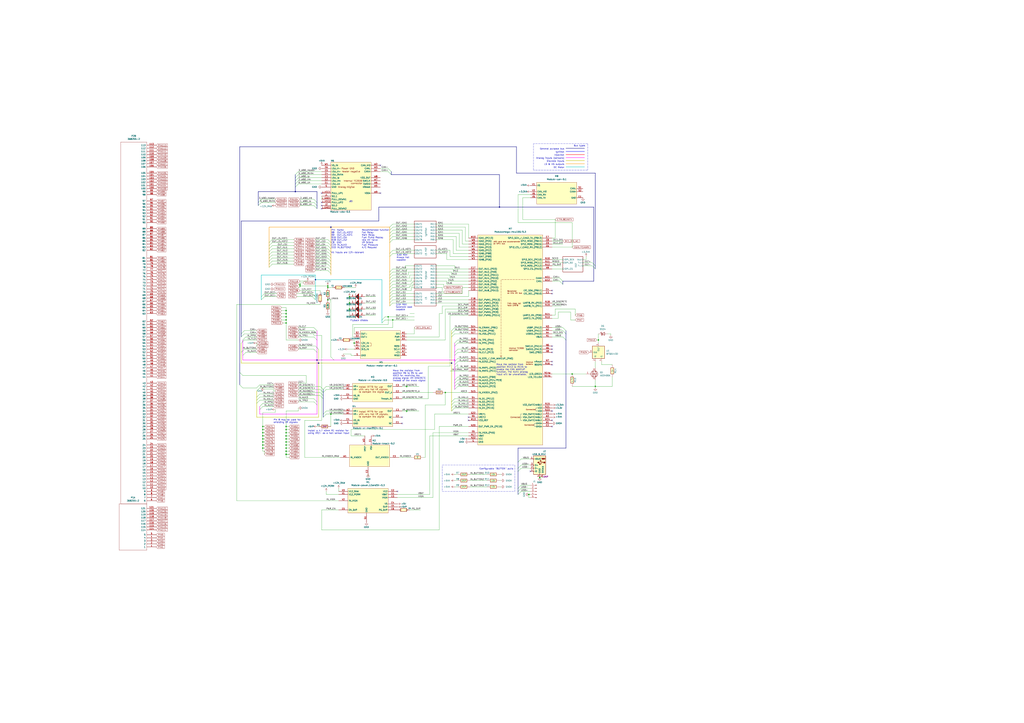
<source format=kicad_sch>
(kicad_sch (version 20231120) (generator "eeschema") (generator_version "8.0")
  (paper "A1")
  (title_block (title "Hellen121vag") (date "2022-10-14") (rev "d") (company "andreika @ rusEFI.com"))
  (junction (at 491.49 279.4))
  (junction (at 215.9 350.52))
  (junction (at 234.95 368.3))
  (junction (at 271.78 340.36))
  (junction (at 410.21 170.18))
  (junction (at 269.24 236.22))
  (junction (at 488.95 317.5))
  (junction (at 246.38 234.95))
  (junction (at 234.95 370.84))
  (junction (at 234.95 373.38))
  (junction (at 373.38 295.91) (color 255 0 255 1))
  (junction (at 215.9 355.6))
  (junction (at 234.95 262.89))
  (junction (at 234.95 360.68))
  (junction (at 287.02 254))
  (junction (at 443.23 392.43) (diameter 1.016))
  (junction (at 287.02 248.92))
  (junction (at 234.95 350.52))
  (junction (at 234.95 255.27))
  (junction (at 334.01 317.5))
  (junction (at 234.95 257.81))
  (junction (at 215.9 365.76))
  (junction (at 259.08 229.87))
  (junction (at 269.24 246.38))
  (junction (at 271.78 186.69))
  (junction (at 234.95 260.35))
  (junction (at 234.95 355.6))
  (junction (at 215.9 360.68))
  (junction (at 234.95 353.06))
  (junction (at 242.57 157.48))
  (junction (at 318.77 260.35))
  (junction (at 287.02 243.84))
  (junction (at 434.34 406.4) (diameter 1.016))
  (junction (at 215.9 358.14))
  (junction (at 365.76 322.58))
  (junction (at 370.84 298.45))
  (junction (at 234.95 365.76))
  (junction (at 234.95 373.3242))
  (junction (at 234.95 265.43))
  (junction (at 246.38 233.68))
  (junction (at 234.95 363.22))
  (junction (at 260.35 295.91))
  (junction (at 269.24 234.95))
  (junction (at 215.9 368.3))
  (junction (at 261.62 298.45))
  (junction (at 469.9 307.34))
  (junction (at 215.9 353.06))
  (junction (at 290.83 281.94))
  (junction (at 322.58 262.89))
  (junction (at 334.01 337.82))
  (junction (at 234.907 358.2237))
  (junction (at 215.9 363.22))
  (no_connect (at 264.16 168.91))
  (no_connect (at 312.42 158.75))
  (no_connect (at 453.39 287.02))
  (no_connect (at 384.81 342.9))
  (no_connect (at 330.2 347.98))
  (no_connect (at 435.61 387.35))
  (no_connect (at 453.39 289.56))
  (no_connect (at 326.39 403.86))
  (no_connect (at 453.39 238.76))
  (no_connect (at 453.39 350.52))
  (no_connect (at 264.16 158.75))
  (no_connect (at 453.39 297.18))
  (no_connect (at 453.39 337.82))
  (no_connect (at 264.16 171.45))
  (no_connect (at 312.42 135.89))
  (no_connect (at 330.2 342.9))
  (no_connect (at 264.16 166.37))
  (no_connect (at 453.39 284.48))
  (no_connect (at 384.81 345.44))
  (no_connect (at 453.39 299.72))
  (no_connect (at 453.39 345.44))
  (no_connect (at 453.39 241.3))
  (bus_entry (at 320.04 238.76) (size 2.54 -2.54))
  (bus_entry (at 375.92 294.64) (size -2.54 2.54))
  (bus_entry (at 427.99 382.27) (size -2.54 2.54))
  (bus_entry (at 269.24 199.39) (size 2.54 2.54))
  (bus_entry (at 223.52 201.93) (size -2.54 2.54))
  (bus_entry (at 375.92 287.02) (size -2.54 2.54))
  (bus_entry (at 375.92 317.5) (size -2.54 2.54))
  (bus_entry (at 269.24 201.93) (size 2.54 2.54))
  (bus_entry (at 375.92 279.4) (size -2.54 2.54))
  (bus_entry (at 200.66 274.32) (size -2.54 2.54))
  (bus_entry (at 201.93 276.86) (size -2.54 2.54))
  (bus_entry (at 223.52 209.55) (size -2.54 2.54))
  (bus_entry (at 267.97 320.04) (size -2.54 2.54))
  (bus_entry (at 322.58 228.6) (size -2.54 2.54))
  (bus_entry (at 373.38 274.32) (size -2.54 2.54))
  (bus_entry (at 269.24 196.85) (size 2.54 2.54))
  (bus_entry (at 373.38 269.24) (size -2.54 2.54))
  (bus_entry (at 375.92 312.42) (size -2.54 2.54))
  (bus_entry (at 267.97 317.5) (size -2.54 2.54))
  (bus_entry (at 427.99 398.78) (size -2.54 2.54))
  (bus_entry (at 213.36 318.77) (size -2.54 2.54))
  (bus_entry (at 213.36 323.85) (size -2.54 2.54))
  (bus_entry (at 214.63 163.83) (size -2.54 2.54))
  (bus_entry (at 262.89 320.04) (size 2.54 2.54))
  (bus_entry (at 459.74 228.6) (size 2.54 2.54))
  (bus_entry (at 196.85 316.23) (size 2.54 2.54))
  (bus_entry (at 462.28 276.86) (size 2.54 2.54) (stroke (width 0.1524)))
  (bus_entry (at 322.58 233.68) (size -2.54 2.54))
  (bus_entry (at 245.11 140.97) (size -2.54 2.54))
  (bus_entry (at 256.54 241.3) (size 2.54 2.54))
  (bus_entry (at 213.36 326.39) (size -2.54 2.54))
  (bus_entry (at 373.38 330.2) (size -2.54 2.54))
  (bus_entry (at 375.92 299.72) (size -2.54 2.54))
  (bus_entry (at 223.52 204.47) (size -2.54 2.54))
  (bus_entry (at 375.92 309.88) (size -2.54 2.54))
  (bus_entry (at 215.9 331.47) (size -2.54 2.54))
  (bus_entry (at 223.52 217.17) (size -2.54 2.54))
  (bus_entry (at 257.81 163.83) (size 2.54 2.54))
  (bus_entry (at 217.17 241.3) (size -2.54 2.54))
  (bus_entry (at 375.92 281.94) (size -2.54 2.54))
  (bus_entry (at 322.58 248.92) (size -2.54 2.54))
  (bus_entry (at 322.58 223.52) (size -2.54 2.54))
  (bus_entry (at 256.54 243.84) (size 2.54 2.54))
  (bus_entry (at 262.89 317.5) (size 2.54 2.54))
  (bus_entry (at 322.58 196.85) (size -2.54 2.54))
  (bus_entry (at 269.24 219.71) (size 2.54 2.54))
  (bus_entry (at 200.66 287.02) (size -2.54 2.54))
  (bus_entry (at 259.08 284.48) (size 2.54 2.54))
  (bus_entry (at 223.52 212.09) (size -2.54 2.54))
  (bus_entry (at 373.38 271.78) (size -2.54 2.54))
  (bus_entry (at 245.11 146.05) (size -2.54 2.54))
  (bus_entry (at 257.81 271.78) (size 2.54 2.54))
  (bus_entry (at 269.24 212.09) (size 2.54 2.54))
  (bus_entry (at 375.92 314.96) (size -2.54 2.54))
  (bus_entry (at 427.99 377.19) (size -2.54 2.54))
  (bus_entry (at 257.81 330.2) (size 2.54 2.54))
  (bus_entry (at 196.85 306.07) (size 2.54 2.54))
  (bus_entry (at 223.52 207.01) (size -2.54 2.54))
  (bus_entry (at 375.92 297.18) (size -2.54 2.54))
  (bus_entry (at 213.36 316.23) (size -2.54 2.54))
  (bus_entry (at 201.93 289.56) (size -2.54 2.54))
  (bus_entry (at 316.23 260.35) (size -2.54 2.54))
  (bus_entry (at 462.28 271.78) (size 2.54 2.54) (stroke (width 0.1524)))
  (bus_entry (at 267.97 337.82) (size -2.54 2.54))
  (bus_entry (at 257.81 166.37) (size 2.54 2.54))
  (bus_entry (at 269.24 207.01) (size 2.54 2.54))
  (bus_entry (at 245.11 143.51) (size -2.54 2.54))
  (bus_entry (at 200.66 279.4) (size -2.54 2.54))
  (bus_entry (at 223.52 196.85) (size -2.54 2.54))
  (bus_entry (at 269.24 204.47) (size 2.54 2.54))
  (bus_entry (at 322.58 208.28) (size -2.54 2.54))
  (bus_entry (at 322.58 191.77) (size -2.54 2.54))
  (bus_entry (at 262.89 325.12) (size 2.54 2.54))
  (bus_entry (at 486.41 215.9) (size 2.54 2.54))
  (bus_entry (at 269.24 217.17) (size 2.54 2.54))
  (bus_entry (at 269.24 209.55) (size 2.54 2.54))
  (bus_entry (at 373.38 327.66) (size -2.54 2.54))
  (bus_entry (at 269.24 222.25) (size 2.54 2.54))
  (bus_entry (at 322.58 194.31) (size -2.54 2.54))
  (bus_entry (at 320.04 241.3) (size 2.54 -2.54))
  (bus_entry (at 427.99 403.86) (size -2.54 2.54))
  (bus_entry (at 373.38 335.28) (size -2.54 2.54))
  (bus_entry (at 214.63 166.37) (size -2.54 2.54))
  (bus_entry (at 269.24 214.63) (size 2.54 2.54))
  (bus_entry (at 215.9 334.01) (size -2.54 2.54))
  (bus_entry (at 223.52 199.39) (size -2.54 2.54))
  (bus_entry (at 322.58 186.69) (size -2.54 2.54))
  (bus_entry (at 257.81 269.24) (size 2.54 2.54))
  (bus_entry (at 257.81 327.66) (size 2.54 2.54))
  (bus_entry (at 318.77 140.97) (size 2.54 2.54))
  (bus_entry (at 322.58 246.38) (size -2.54 2.54))
  (bus_entry (at 200.66 271.78) (size -2.54 2.54))
  (bus_entry (at 316.23 262.89) (size -2.54 2.54))
  (bus_entry (at 462.28 269.24) (size 2.54 2.54) (stroke (width 0.1524)))
  (bus_entry (at 267.97 340.36) (size -2.54 2.54))
  (bus_entry (at 217.17 243.84) (size -2.54 2.54))
  (bus_entry (at 322.58 220.98) (size -2.54 2.54))
  (bus_entry (at 427.99 401.32) (size -2.54 2.54))
  (bus_entry (at 257.81 276.86) (size 2.54 2.54))
  (bus_entry (at 375.92 289.56) (size -2.54 2.54))
  (bus_entry (at 322.58 231.14) (size -2.54 2.54))
  (bus_entry (at 322.58 189.23) (size -2.54 2.54))
  (bus_entry (at 322.58 184.15) (size -2.54 2.54))
  (bus_entry (at 213.36 328.93) (size -2.54 2.54))
  (bus_entry (at 245.11 151.13) (size -2.54 2.54))
  (bus_entry (at 257.81 287.02) (size 2.54 2.54))
  (bus_entry (at 262.89 322.58) (size 2.54 2.54))
  (bus_entry (at 271.78 293.37) (size 2.54 2.54))
  (bus_entry (at 322.58 243.84) (size -2.54 2.54))
  (bus_entry (at 486.41 218.44) (size 2.54 2.54))
  (bus_entry (at 322.58 205.74) (size -2.54 2.54))
  (bus_entry (at 459.74 231.14) (size 2.54 2.54))
  (bus_entry (at 322.58 241.3) (size -2.54 2.54))
  (bus_entry (at 318.77 138.43) (size 2.54 2.54))
  (bus_entry (at 322.58 226.06) (size -2.54 2.54))
  (bus_entry (at 223.52 214.63) (size -2.54 2.54))
  (bus_entry (at 427.99 384.81) (size -2.54 2.54))
  (bus_entry (at 373.38 332.74) (size -2.54 2.54))
  (bus_entry (at 245.11 148.59) (size -2.54 2.54))
  (bus_entry (at 257.81 168.91) (size 2.54 2.54))
  (wire (pts (xy 358.14 223.52) (xy 370.84 223.52)))
  (wire (pts (xy 334.01 317.5) (xy 334.01 318.77)))
  (bus (pts (xy 313.69 229.87) (xy 313.69 262.89)) (stroke (width 0) (color 0 194 194 1)))
  (wire (pts (xy 379.73 189.23) (xy 379.73 200.66)))
  (wire (pts (xy 478.79 215.9) (xy 486.41 215.9)))
  (wire (pts (xy 224.79 323.85) (xy 213.36 323.85)))
  (wire (pts (xy 259.08 204.47) (xy 269.24 204.47)))
  (wire (pts (xy 340.36 274.32) (xy 340.36 269.24)))
  (bus (pts (xy 242.57 151.13) (xy 242.57 153.67)))
  (bus (pts (xy 220.98 212.09) (xy 220.98 214.63)) (stroke (width 0) (color 255 153 0 1)))
  (wire (pts (xy 299.72 243.84) (xy 308.61 243.84)))
  (wire (pts (xy 259.08 222.25) (xy 269.24 222.25)))
  (wire (pts (xy 246.38 233.68) (xy 246.38 234.95)))
  (wire (pts (xy 332.74 220.98) (xy 322.58 220.98)))
  (wire (pts (xy 237.49 370.7842) (xy 237.49 370.84)))
  (wire (pts (xy 299.72 259.08) (xy 308.61 259.08)))
  (wire (pts (xy 217.17 370.84) (xy 215.9 370.84)))
  (wire (pts (xy 290.83 269.24) (xy 322.58 269.24)))
  (bus (pts (xy 425.45 403.86) (xy 425.45 406.4)))
  (wire (pts (xy 334.01 279.4) (xy 365.76 279.4)))
  (wire (pts (xy 299.72 248.92) (xy 308.61 248.92)))
  (wire (pts (xy 234.95 363.22) (xy 237.49 363.22)))
  (wire (pts (xy 382.27 198.12) (xy 384.81 198.12)))
  (wire (pts (xy 360.68 350.52) (xy 384.81 350.52)))
  (wire (pts (xy 245.11 337.82) (xy 234.95 337.82)))
  (wire (pts (xy 358.14 246.38) (xy 384.81 246.38)))
  (wire (pts (xy 246.38 238.76) (xy 262.89 238.76)))
  (wire (pts (xy 259.08 207.01) (xy 269.24 207.01)))
  (wire (pts (xy 373.38 218.44) (xy 373.38 220.98)))
  (wire (pts (xy 372.11 223.52) (xy 384.81 223.52)))
  (bus (pts (xy 373.38 317.5) (xy 373.38 320.04)) (stroke (width 0) (color 255 0 255 1)))
  (wire (pts (xy 358.14 228.6) (xy 368.3 228.6)))
  (wire (pts (xy 356.87 340.36) (xy 384.81 340.36)))
  (wire (pts (xy 434.34 406.4) (xy 435.61 406.4)))
  (wire (pts (xy 199.39 318.77) (xy 210.82 318.77)))
  (wire (pts (xy 455.93 254) (xy 472.44 254)))
  (wire (pts (xy 367.03 213.36) (xy 367.03 208.28)))
  (wire (pts (xy 234.95 368.3) (xy 234.95 370.84)))
  (wire (pts (xy 322.58 184.15) (xy 340.36 184.15)))
  (bus (pts (xy 480.06 124.46) (xy 464.82 124.46)) (stroke (width 0.3048) (color 0 0 255 1)))
  (wire (pts (xy 488.95 312.42) (xy 488.95 317.5)))
  (wire (pts (xy 237.49 363.1642) (xy 237.49 363.22)))
  (bus (pts (xy 271.78 214.63) (xy 271.78 217.17)) (stroke (width 0) (color 255 153 0 1)))
  (bus (pts (xy 198.12 274.32) (xy 198.12 276.86)))
  (bus (pts (xy 462.28 231.14) (xy 487.68 231.14)))
  (wire (pts (xy 245.11 143.51) (xy 264.16 143.51)))
  (bus (pts (xy 214.63 246.38) (xy 214.63 243.84)) (stroke (width 0) (color 0 194 194 1)))
  (bus (pts (xy 320.04 231.14) (xy 320.04 233.68)) (stroke (width 0) (color 255 153 0 1)))
  (bus (pts (xy 242.57 148.59) (xy 242.57 151.13)))
  (wire (pts (xy 384.81 302.26) (xy 375.92 302.26)))
  (wire (pts (xy 267.97 337.82) (xy 281.94 337.82)))
  (wire (pts (xy 469.9 307.34) (xy 481.33 307.34)))
  (bus (pts (xy 373.38 292.1) (xy 373.38 295.91)) (stroke (width 0) (color 255 0 255 1)))
  (wire (pts (xy 363.22 251.46) (xy 384.81 251.46)))
  (wire (pts (xy 245.11 287.02) (xy 257.81 287.02)))
  (wire (pts (xy 316.23 260.35) (xy 318.77 260.35)))
  (wire (pts (xy 246.38 163.83) (xy 257.81 163.83)))
  (wire (pts (xy 349.25 375.92) (xy 349.25 332.74)))
  (wire (pts (xy 358.14 248.92) (xy 384.81 248.92)))
  (wire (pts (xy 259.08 199.39) (xy 269.24 199.39)))
  (wire (pts (xy 453.39 248.92) (xy 461.01 248.92)))
  (bus (pts (xy 424.18 120.65) (xy 424.18 142.24)))
  (wire (pts (xy 302.26 389.89) (xy 302.26 391.16)))
  (bus (pts (xy 196.85 120.65) (xy 196.85 306.07)))
  (bus (pts (xy 271.78 199.39) (xy 271.78 201.93)) (stroke (width 0) (color 255 153 0 1)))
  (wire (pts (xy 360.68 276.86) (xy 360.68 257.81)))
  (wire (pts (xy 259.08 201.93) (xy 269.24 201.93)))
  (wire (pts (xy 234.95 368.3) (xy 237.49 368.3)))
  (wire (pts (xy 435.61 384.81) (xy 427.99 384.81)))
  (wire (pts (xy 223.52 217.17) (xy 241.3 217.17)))
  (wire (pts (xy 234.95 262.89) (xy 234.95 260.35)))
  (wire (pts (xy 453.39 269.24) (xy 462.28 269.24)))
  (wire (pts (xy 234.95 252.73) (xy 231.14 252.73)))
  (wire (pts (xy 217.17 370.84) (xy 217.17 373.38)))
  (wire (pts (xy 271.78 340.36) (xy 281.94 340.36)))
  (bus (pts (xy 480.06 134.62) (xy 464.82 134.62)) (stroke (width 0.3048) (color 255 153 0 1)))
  (wire (pts (xy 334.01 337.82) (xy 344.17 337.82)))
  (wire (pts (xy 259.08 212.09) (xy 269.24 212.09)))
  (wire (pts (xy 365.76 254) (xy 384.81 254)))
  (wire (pts (xy 429.26 162.56) (xy 435.61 162.56)))
  (wire (pts (xy 377.19 191.77) (xy 377.19 203.2)))
  (wire (pts (xy 237.49 365.7042) (xy 237.49 365.76)))
  (wire (pts (xy 377.19 203.2) (xy 384.81 203.2)))
  (wire (pts (xy 410.21 389.89) (xy 411.48 389.89)))
  (bus (pts (xy 370.84 330.2) (xy 370.84 332.74)) (stroke (width 0) (color 194 194 0 1)))
  (wire (pts (xy 215.9 365.76) (xy 215.9 368.3)))
  (bus (pts (xy 265.43 320.04) (xy 265.43 322.58)))
  (wire (pts (xy 336.55 236.22) (xy 322.58 236.22)))
  (wire (pts (xy 269.24 236.22) (xy 273.05 236.22)))
  (wire (pts (xy 231.14 257.81) (xy 234.95 257.81)))
  (wire (pts (xy 234.95 373.38) (xy 234.95 375.8642)))
  (wire (pts (xy 347.98 375.92) (xy 349.25 375.92)))
  (wire (pts (xy 339.09 231.14) (xy 339.09 232.41)))
  (bus (pts (xy 488.95 218.44) (xy 488.95 220.98)))
  (wire (pts (xy 234.95 365.76) (xy 234.95 368.3)))
  (bus (pts (xy 220.98 204.47) (xy 220.98 207.01)) (stroke (width 0) (color 255 153 0 1)))
  (wire (pts (xy 478.79 218.44) (xy 486.41 218.44)))
  (bus (pts (xy 271.78 222.25) (xy 271.78 224.79)) (stroke (width 0) (color 255 153 0 1)))
  (polyline (pts (xy 438.15 139.7) (xy 438.15 118.11)) (stroke (width 0) (type dash)))
  (bus (pts (xy 320.04 189.23) (xy 320.04 191.77)) (stroke (width 0) (color 255 153 0 1)))
  (bus (pts (xy 271.78 204.47) (xy 271.78 207.01)) (stroke (width 0) (color 255 153 0 1)))
  (wire (pts (xy 369.57 304.8) (xy 384.81 304.8)))
  (bus (pts (xy 480.06 129.54) (xy 464.82 129.54)) (stroke (width 0.3048) (color 255 0 255 1)))
  (wire (pts (xy 245.11 276.86) (xy 257.81 276.86)))
  (bus (pts (xy 199.39 295.91) (xy 260.35 295.91)) (stroke (width 0) (color 255 0 255 1)))
  (wire (pts (xy 322.58 246.38) (xy 340.36 246.38)))
  (wire (pts (xy 472.44 262.89) (xy 468.63 262.89)))
  (polyline (pts (xy 482.6 139.7) (xy 438.15 139.7)) (stroke (width 0) (type dash)))
  (bus (pts (xy 259.08 226.06) (xy 259.08 229.87)) (stroke (width 0) (color 0 194 194 1)))
  (wire (pts (xy 488.95 297.18) (xy 488.95 302.26)))
  (bus (pts (xy 260.35 295.91) (xy 260.35 330.2)) (stroke (width 0) (color 255 0 255 1)))
  (bus (pts (xy 220.98 186.69) (xy 271.78 186.69)) (stroke (width 0) (color 255 153 0 1)))
  (wire (pts (xy 241.3 196.85) (xy 223.52 196.85)))
  (wire (pts (xy 234.95 353.06) (xy 234.95 355.6)))
  (wire (pts (xy 267.97 406.4) (xy 267.97 403.86)))
  (wire (pts (xy 349.25 332.74) (xy 365.76 332.74)))
  (wire (pts (xy 501.65 274.32) (xy 499.11 274.32)))
  (wire (pts (xy 217.17 365.76) (xy 215.9 365.76)))
  (wire (pts (xy 318.77 260.35) (xy 318.77 266.7)))
  (wire (pts (xy 271.78 246.38) (xy 271.78 293.37)))
  (bus (pts (xy 320.04 241.3) (xy 320.04 243.84)) (stroke (width 0) (color 255 153 0 1)))
  (wire (pts (xy 259.08 219.71) (xy 269.24 219.71)))
  (wire (pts (xy 210.82 276.86) (xy 201.93 276.86)))
  (wire (pts (xy 215.9 360.68) (xy 215.9 363.22)))
  (wire (pts (xy 269.24 246.38) (xy 271.78 246.38)))
  (wire (pts (xy 224.79 328.93) (xy 213.36 328.93)))
  (bus (pts (xy 464.82 368.3) (xy 464.82 279.4)))
  (wire (pts (xy 379.73 236.22) (xy 379.73 241.3)))
  (wire (pts (xy 453.39 261.62) (xy 458.47 261.62)))
  (wire (pts (xy 217.17 355.6) (xy 215.9 355.6)))
  (wire (pts (xy 363.22 236.22) (xy 358.14 236.22)))
  (bus (pts (xy 370.84 335.28) (xy 370.84 337.82)) (stroke (width 0) (color 194 194 0 1)))
  (bus (pts (xy 260.35 289.56) (xy 260.35 295.91)) (stroke (width 0) (color 255 0 255 1)))
  (wire (pts (xy 234.95 375.8642) (xy 237.49 375.8642)))
  (wire (pts (xy 290.83 274.32) (xy 290.83 269.24)))
  (bus (pts (xy 242.57 153.67) (xy 242.57 157.48)))
  (wire (pts (xy 237.49 373.38) (xy 234.95 373.38)))
  (wire (pts (xy 223.52 207.01) (xy 241.3 207.01)))
  (bus (pts (xy 242.57 143.51) (xy 242.57 146.05)))
  (bus (pts (xy 320.04 194.31) (xy 320.04 196.85)) (stroke (width 0) (color 255 153 0 1)))
  (wire (pts (xy 375.92 287.02) (xy 384.81 287.02)))
  (wire (pts (xy 458.47 256.54) (xy 458.47 261.62)))
  (wire (pts (xy 234.907 358.2237) (xy 237.447 358.2237)))
  (wire (pts (xy 330.2 337.82) (xy 334.01 337.82)))
  (wire (pts (xy 334.01 220.98) (xy 340.36 220.98)))
  (wire (pts (xy 316.23 262.89) (xy 322.58 262.89)))
  (wire (pts (xy 288.29 358.14) (xy 299.72 358.14)))
  (wire (pts (xy 368.3 228.6) (xy 368.3 231.14)))
  (bus (pts (xy 220.98 199.39) (xy 220.98 201.93)) (stroke (width 0) (color 255 153 0 1)))
  (wire (pts (xy 245.11 322.58) (xy 262.89 322.58)))
  (wire (pts (xy 234.95 350.52) (xy 237.49 350.52)))
  (wire (pts (xy 237.49 350.4642) (xy 237.49 350.52)))
  (wire (pts (xy 368.3 231.14) (xy 384.81 231.14)))
  (wire (pts (xy 267.97 320.04) (xy 281.94 320.04)))
  (wire (pts (xy 369.57 226.06) (xy 369.57 228.6)))
  (bus (pts (xy 320.04 186.69) (xy 320.04 189.23)) (stroke (width 0) (color 255 153 0 1)))
  (wire (pts (xy 223.52 212.09) (xy 241.3 212.09)))
  (bus (pts (xy 480.06 121.92) (xy 464.82 121.92)))
  (wire (pts (xy 425.45 160.02) (xy 435.61 160.02)))
  (wire (pts (xy 336.55 419.1) (xy 345.44 419.1)))
  (wire (pts (xy 234.95 355.6) (xy 237.49 355.6)))
  (bus (pts (xy 271.78 224.79) (xy 271.78 226.06)) (stroke (width 0) (color 255 153 0 1)))
  (wire (pts (xy 224.79 321.31) (xy 224.79 320.04)))
  (wire (pts (xy 267.97 340.36) (xy 271.78 340.36)))
  (wire (pts (xy 429.26 180.34) (xy 429.26 162.56)))
  (wire (pts (xy 237.447 358.1679) (xy 237.447 358.2237)))
  (wire (pts (xy 200.66 287.02) (xy 210.82 287.02)))
  (wire (pts (xy 369.57 300.99) (xy 369.57 259.08)))
  (bus (pts (xy 373.38 284.48) (xy 373.38 289.56)) (stroke (width 0) (color 255 0 255 1)))
  (wire (pts (xy 245.11 279.4) (xy 234.95 279.4)))
  (wire (pts (xy 367.03 256.54) (xy 384.81 256.54)))
  (wire (pts (xy 335.28 223.52) (xy 340.36 223.52)))
  (wire (pts (xy 472.44 254) (xy 472.44 259.08)))
  (wire (pts (xy 259.08 214.63) (xy 269.24 214.63)))
  (wire (pts (xy 358.14 218.44) (xy 373.38 218.44)))
  (bus (pts (xy 271.78 219.71) (xy 271.78 222.25)) (stroke (width 0) (color 255 153 0 1)))
  (wire (pts (xy 386.08 394.97) (xy 400.05 394.97)))
  (wire (pts (xy 322.58 208.28) (xy 340.36 208.28)))
  (bus (pts (xy 320.04 208.28) (xy 320.04 210.82)) (stroke (width 0) (color 255 153 0 1)))
  (wire (pts (xy 478.79 213.36) (xy 481.33 213.36)))
  (wire (pts (xy 234.95 373.3242) (xy 237.49 373.3242)))
  (bus (pts (xy 370.84 274.32) (xy 370.84 276.86)) (stroke (width 0) (color 194 194 0 1)))
  (wire (pts (xy 340.36 236.22) (xy 337.82 236.22)))
  (bus (pts (xy 213.36 336.55) (xy 213.36 340.36)) (stroke (width 0) (color 255 0 255 1)))
  (bus (pts (xy 271.78 201.93) (xy 271.78 204.47)) (stroke (width 0) (color 255 153 0 1)))
  (bus (pts (xy 373.38 297.18) (xy 373.38 299.72)) (stroke (width 0) (color 255 0 255 1)))
  (wire (pts (xy 257.81 275.59) (xy 264.16 275.59)))
  (bus (pts (xy 425.45 368.3) (xy 425.45 379.73)))
  (wire (pts (xy 337.82 233.68) (xy 322.58 233.68)))
  (wire (pts (xy 287.02 254) (xy 287.02 259.08)))
  (wire (pts (xy 322.58 196.85) (xy 340.36 196.85)))
  (wire (pts (xy 234.95 355.6) (xy 234.907 358.2237)))
  (wire (pts (xy 358.14 194.31) (xy 374.65 194.31)))
  (bus (pts (xy 265.43 342.9) (xy 265.43 340.36)))
  (wire (pts (xy 234.95 373.3242) (xy 234.95 373.38)))
  (wire (pts (xy 488.95 317.5) (xy 488.95 318.77)))
  (bus (pts (xy 210.82 321.31) (xy 210.82 326.39)) (stroke (width 0) (color 194 194 0 1)))
  (wire (pts (xy 250.19 345.44) (xy 264.16 345.44)))
  (wire (pts (xy 334.01 276.86) (xy 360.68 276.86)))
  (wire (pts (xy 224.79 326.39) (xy 213.36 326.39)))
  (wire (pts (xy 243.84 243.84) (xy 256.54 243.84)))
  (wire (pts (xy 245.11 284.48) (xy 259.08 284.48)))
  (wire (pts (xy 260.35 350.52) (xy 261.62 350.52)))
  (wire (pts (xy 245.11 327.66) (xy 257.81 327.66)))
  (wire (pts (xy 322.58 241.3) (xy 340.36 241.3)))
  (wire (pts (xy 245.11 146.05) (xy 264.16 146.05)))
  (wire (pts (xy 322.58 189.23) (xy 340.36 189.23)))
  (wire (pts (xy 330.2 327.66) (xy 351.79 327.66)))
  (bus (pts (xy 242.57 146.05) (xy 242.57 148.59)))
  (wire (pts (xy 335.28 223.52) (xy 335.28 226.06)))
  (wire (pts (xy 245.11 269.24) (xy 257.81 269.24)))
  (bus (pts (xy 370.84 271.78) (xy 370.84 274.32)) (stroke (width 0) (color 194 194 0 1)))
  (wire (pts (xy 288.29 292.1) (xy 288.29 290.83)))
  (wire (pts (xy 241.3 214.63) (xy 223.52 214.63)))
  (wire (pts (xy 234.95 353.06) (xy 237.49 353.06)))
  (wire (pts (xy 339.09 233.68) (xy 339.09 234.95)))
  (wire (pts (xy 234.95 265.43) (xy 234.95 262.89)))
  (wire (pts (xy 336.55 226.06) (xy 340.36 226.06)))
  (bus (pts (xy 320.04 236.22) (xy 320.04 238.76)) (stroke (width 0) (color 255 153 0 1)))
  (bus (pts (xy 488.95 142.24) (xy 488.95 218.44)))
  (wire (pts (xy 248.92 232.41) (xy 246.38 232.41)))
  (bus (pts (xy 313.69 262.89) (xy 313.69 265.43)) (stroke (width 0) (color 0 194 194 1)))
  (bus (pts (xy 320.04 228.6) (xy 320.04 231.14)) (stroke (width 0) (color 255 153 0 1)))
  (wire (pts (xy 245.11 330.2) (xy 257.81 330.2)))
  (wire (pts (xy 334.01 223.52) (xy 322.58 223.52)))
  (wire (pts (xy 453.39 251.46) (xy 461.01 251.46)))
  (bus (pts (xy 260.35 340.36) (xy 213.36 340.36)) (stroke (width 0) (color 255 0 255 1)))
  (wire (pts (xy 334.01 337.82) (xy 334.01 339.09)))
  (wire (pts (xy 367.03 231.14) (xy 367.03 233.68)))
  (wire (pts (xy 373.38 332.74) (xy 384.81 332.74)))
  (wire (pts (xy 375.92 317.5) (xy 384.81 317.5)))
  (wire (pts (xy 337.82 228.6) (xy 340.36 228.6)))
  (wire (pts (xy 326.39 406.4) (xy 353.06 406.4)))
  (wire (pts (xy 336.55 257.81) (xy 340.36 257.81)))
  (bus (pts (xy 260.35 157.48) (xy 242.57 157.48)))
  (bus (pts (xy 259.08 243.84) (xy 259.08 246.38)) (stroke (width 0) (color 0 194 194 1)))
  (wire (pts (xy 264.16 275.59) (xy 264.16 345.44)))
  (wire (pts (xy 217.17 368.3) (xy 215.9 368.3)))
  (wire (pts (xy 231.14 262.89) (xy 234.95 262.89)))
  (wire (pts (xy 435.61 401.32) (xy 427.99 401.32)))
  (wire (pts (xy 375.92 312.42) (xy 384.81 312.42)))
  (wire (pts (xy 200.66 279.4) (xy 210.82 279.4)))
  (polyline (pts (xy 482.6 118.11) (xy 482.6 139.7)) (stroke (width 0) (type dash)))
  (wire (pts (xy 365.76 322.58) (xy 384.81 322.58)))
  (bus (pts (xy 198.12 289.56) (xy 198.12 298.45)) (stroke (width 0) (color 194 194 0 1)))
  (wire (pts (xy 435.61 408.94) (xy 434.34 408.94)))
  (wire (pts (xy 369.57 228.6) (xy 384.81 228.6)))
  (wire (pts (xy 358.14 241.3) (xy 379.73 241.3)))
  (wire (pts (xy 231.14 255.27) (xy 234.95 255.27)))
  (wire (pts (xy 217.17 358.14) (xy 215.9 358.14)))
  (wire (pts (xy 340.36 233.68) (xy 339.09 233.68)))
  (wire (pts (xy 434.34 408.94) (xy 434.34 406.4)))
  (wire (pts (xy 375.92 289.56) (xy 384.81 289.56)))
  (wire (pts (xy 217.17 360.68) (xy 215.9 360.68)))
  (wire (pts (xy 210.82 281.94) (xy 210.82 284.48)))
  (bus (pts (xy 260.35 295.91) (xy 274.32 295.91)) (stroke (width 0) (color 255 0 255 1)))
  (bus (pts (xy 480.06 132.08) (xy 464.82 132.08)) (stroke (width 0.3048) (color 194 194 0 1)))
  (bus (pts (xy 320.04 210.82) (xy 320.04 223.52)) (stroke (width 0) (color 255 153 0 1)))
  (wire (pts (xy 373.38 269.24) (xy 384.81 269.24)))
  (wire (pts (xy 226.06 339.09) (xy 215.9 339.09)))
  (wire (pts (xy 241.3 204.47) (xy 223.52 204.47)))
  (wire (pts (xy 269.24 234.95) (xy 269.24 236.22)))
  (wire (pts (xy 289.56 279.4) (xy 290.83 279.4)))
  (wire (pts (xy 245.11 236.22) (xy 246.38 236.22)))
  (bus (pts (xy 410.21 143.51) (xy 410.21 170.18)))
  (bus (pts (xy 198.12 181.61) (xy 198.12 274.32)))
  (wire (pts (xy 373.38 271.78) (xy 384.81 271.78)))
  (bus (pts (xy 196.85 306.07) (xy 196.85 316.23)))
  (wire (pts (xy 337.82 236.22) (xy 337.82 238.76)))
  (wire (pts (xy 234.95 370.84) (xy 237.49 370.84)))
  (bus (pts (xy 242.57 157.48) (xy 212.09 157.48)))
  (wire (pts (xy 410.21 394.97) (xy 411.48 394.97)))
  (wire (pts (xy 245.11 140.97) (xy 264.16 140.97)))
  (wire (pts (xy 375.92 309.88) (xy 384.81 309.88)))
  (wire (pts (xy 353.06 358.14) (xy 384.81 358.14)))
  (bus (pts (xy 265.43 340.36) (xy 265.43 327.66)))
  (bus (pts (xy 410.21 170.18) (xy 311.15 170.18)))
  (bus (pts (xy 311.15 181.61) (xy 198.12 181.61)))
  (bus (pts (xy 214.63 243.84) (xy 214.63 226.06)) (stroke (width 0) (color 0 194 194 1)))
  (bus (pts (xy 210.82 331.47) (xy 210.82 342.9)) (stroke (width 0) (color 194 194 0 1)))
  (wire (pts (xy 245.11 317.5) (xy 262.89 317.5)))
  (wire (pts (xy 360.68 257.81) (xy 363.22 257.81)))
  (bus (pts (xy 260.35 271.78) (xy 260.35 274.32)) (stroke (width 0) (color 255 0 255 1)))
  (wire (pts (xy 271.78 340.36) (xy 271.78 350.52)))
  (wire (pts (xy 232.41 265.43) (xy 234.95 265.43)))
  (wire (pts (xy 288.29 290.83) (xy 281.94 290.83)))
  (bus (pts (xy 259.08 229.87) (xy 259.08 243.84)) (stroke (width 0) (color 0 194 194 1)))
  (wire (pts (xy 246.38 231.14) (xy 252.73 231.14)))
  (wire (pts (xy 246.38 236.22) (xy 246.38 234.95)))
  (wire (pts (xy 481.33 213.36) (xy 481.33 210.82)))
  (wire (pts (xy 332.74 218.44) (xy 340.36 218.44)))
  (wire (pts (xy 224.79 320.04) (xy 217.17 320.04)))
  (wire (pts (xy 353.06 406.4) (xy 353.06 358.14)))
  (wire (pts (xy 241.3 201.93) (xy 223.52 201.93)))
  (wire (pts (xy 374.65 205.74) (xy 384.81 205.74)))
  (wire (pts (xy 237.49 355.5442) (xy 237.49 355.6)))
  (bus (pts (xy 213.36 334.01) (xy 213.36 336.55)) (stroke (width 0) (color 255 0 255 1)))
  (wire (pts (xy 322.58 269.24) (xy 322.58 262.89)))
  (wire (pts (xy 299.72 254) (xy 308.61 254)))
  (wire (pts (xy 234.95 365.76) (xy 237.49 365.76)))
  (wire (pts (xy 373.38 330.2) (xy 384.81 330.2)))
  (wire (pts (xy 237.49 368.2442) (xy 237.49 368.3)))
  (bus (pts (xy 196.85 120.65) (xy 424.18 120.65)))
  (wire (pts (xy 369.57 210.82) (xy 384.81 210.82)))
  (wire (pts (xy 226.06 166.37) (xy 214.63 166.37)))
  (bus (pts (xy 373.38 312.42) (xy 373.38 314.96)) (stroke (width 0) (color 255 0 255 1)))
  (wire (pts (xy 358.14 226.06) (xy 369.57 226.06)))
  (wire (pts (xy 234.95 350.52) (xy 234.95 353.06)))
  (bus (pts (xy 260.35 166.37) (xy 260.35 168.91)))
  (bus (pts (xy 220.98 201.93) (xy 220.98 204.47)) (stroke (width 0) (color 255 153 0 1)))
  (bus (pts (xy 261.62 298.45) (xy 261.62 342.9)) (stroke (width 0) (color 194 194 0 1)))
  (wire (pts (xy 358.14 233.68) (xy 364.49 233.68)))
  (wire (pts (xy 491.49 274.32) (xy 491.49 279.4)))
  (wire (pts (xy 245.11 335.28) (xy 245.11 337.82)))
  (wire (pts (xy 365.76 254) (xy 365.76 279.4)))
  (bus (pts (xy 210.82 328.93) (xy 210.82 331.47)) (stroke (width 0) (color 194 194 0 1)))
  (wire (pts (xy 455.93 259.08) (xy 453.39 259.08)))
  (wire (pts (xy 224.79 318.77) (xy 213.36 318.77)))
  (wire (pts (xy 262.89 238.76) (xy 262.89 240.03)))
  (wire (pts (xy 223.52 199.39) (xy 241.3 199.39)))
  (wire (pts (xy 224.79 334.01) (xy 215.9 334.01)))
  (bus (pts (xy 425.45 387.35) (xy 425.45 401.32)))
  (wire (pts (xy 194.31 250.19) (xy 194.31 411.48)))
  (wire (pts (xy 241.3 209.55) (xy 223.52 209.55)))
  (wire (pts (xy 351.79 327.66) (xy 351.79 300.99)))
  (wire (pts (xy 373.38 335.28) (xy 384.81 335.28)))
  (wire (pts (xy 322.58 262.89) (xy 340.36 262.89)))
  (wire (pts (xy 367.03 233.68) (xy 384.81 233.68)))
  (wire (pts (xy 435.61 398.78) (xy 427.99 398.78)))
  (wire (pts (xy 322.58 194.31) (xy 340.36 194.31)))
  (wire (pts (xy 231.14 260.35) (xy 234.95 260.35)))
  (wire (pts (xy 215.9 363.22) (xy 215.9 365.76)))
  (bus (pts (xy 320.04 186.69) (xy 271.78 186.69)) (stroke (width 0) (color 255 153 0 1)))
  (wire (pts (xy 245.11 325.12) (xy 262.89 325.12)))
  (wire (pts (xy 372.11 208.28) (xy 384.81 208.28)))
  (wire (pts (xy 250.19 375.92) (xy 279.4 375.92)))
  (bus (pts (xy 274.32 295.91) (xy 373.38 295.91)) (stroke (width 0) (color 255 0 255 1)))
  (wire (pts (xy 370.84 223.52) (xy 370.84 226.06)))
  (bus (pts (xy 373.38 314.96) (xy 373.38 317.5)) (stroke (width 0) (color 255 0 255 1)))
  (bus (pts (xy 210.82 326.39) (xy 210.82 328.93)) (stroke (width 0) (color 194 194 0 1)))
  (wire (pts (xy 468.63 262.89) (xy 468.63 256.54)))
  (wire (pts (xy 363.22 236.22) (xy 363.22 240.03)))
  (wire (pts (xy 469.9 317.5) (xy 488.95 317.5)))
  (wire (pts (xy 334.01 317.5) (xy 344.17 317.5)))
  (wire (pts (xy 318.77 140.97) (xy 312.42 140.97)))
  (bus (pts (xy 373.38 302.26) (xy 373.38 312.42)) (stroke (width 0) (color 255 0 255 1)))
  (wire (pts (xy 245.11 151.13) (xy 264.16 151.13)))
  (wire (pts (xy 264.16 419.1) (xy 278.13 419.1)))
  (wire (pts (xy 237.49 373.3242) (xy 237.49 373.38)))
  (wire (pts (xy 234.907 358.2237) (xy 234.95 360.68)))
  (wire (pts (xy 373.38 389.89) (xy 375.92 389.89)))
  (bus (pts (xy 425.45 384.81) (xy 425.45 387.35)))
  (wire (pts (xy 234.95 363.22) (xy 234.95 365.76)))
  (wire (pts (xy 410.21 400.05) (xy 411.48 400.05)))
  (wire (pts (xy 283.21 236.22) (xy 292.1 236.22)))
  (wire (pts (xy 245.11 314.96) (xy 251.46 314.96)))
  (wire (pts (xy 369.57 259.08) (xy 384.81 259.08)))
  (wire (pts (xy 330.2 317.5) (xy 334.01 317.5)))
  (wire (pts (xy 217.17 363.22) (xy 215.9 363.22)))
  (wire (pts (xy 375.92 279.4) (xy 384.81 279.4)))
  (bus (pts (xy 265.43 322.58) (xy 265.43 325.12)))
  (wire (pts (xy 355.6 355.6) (xy 384.81 355.6)))
  (bus (pts (xy 321.31 143.51) (xy 410.21 143.51)))
  (wire (pts (xy 217.17 241.3) (xy 227.33 241.3)))
  (bus (pts (xy 220.98 214.63) (xy 220.98 217.17)) (stroke (width 0) (color 255 153 0 1)))
  (wire (pts (xy 264.16 435.61) (xy 360.68 435.61)))
  (wire (pts (xy 259.08 217.17) (xy 269.24 217.17)))
  (wire (pts (xy 226.06 336.55) (xy 226.06 339.09)))
  (wire (pts (xy 337.82 228.6) (xy 337.82 231.14)))
  (wire (pts (xy 355.6 408.94) (xy 355.6 355.6)))
  (bus (pts (xy 373.38 289.56) (xy 373.38 292.1)) (stroke (width 0) (color 255 0 255 1)))
  (wire (pts (xy 469.9 182.88) (xy 425.45 182.88)))
  (bus (pts (xy 199.39 292.1) (xy 199.39 295.91)) (stroke (width 0) (color 255 0 255 1)))
  (bus (pts (xy 212.09 157.48) (xy 212.09 166.37)))
  (bus (pts (xy 320.04 191.77) (xy 320.04 194.31)) (stroke (width 0) (color 255 153 0 1)))
  (wire (pts (xy 379.73 200.66) (xy 384.81 200.66)))
  (wire (pts (xy 224.79 321.31) (xy 226.06 321.31)))
  (wire (pts (xy 194.31 411.48) (xy 278.13 411.48)))
  (wire (pts (xy 384.81 213.36) (xy 367.03 213.36)))
  (wire (pts (xy 358.14 205.74) (xy 369.57 205.74)))
  (wire (pts (xy 245.11 148.59) (xy 264.16 148.59)))
  (bus (pts (xy 271.78 217.17) (xy 271.78 219.71)) (stroke (width 0) (color 255 153 0 1)))
  (wire (pts (xy 453.39 198.12) (xy 462.28 198.12)))
  (wire (pts (xy 358.14 196.85) (xy 372.11 196.85)))
  (wire (pts (xy 285.75 287.02) (xy 290.83 287.02)))
  (wire (pts (xy 373.38 394.97) (xy 375.92 394.97)))
  (wire (pts (xy 453.39 307.34) (xy 469.9 307.34)))
  (wire (pts (xy 234.95 360.68) (xy 234.95 363.22)))
  (wire (pts (xy 494.03 299.72) (xy 502.92 299.72)))
  (wire (pts (xy 360.68 435.61) (xy 360.68 350.52)))
  (bus (pts (xy 260.35 279.4) (xy 260.35 289.56)) (stroke (width 0) (color 255 0 255 1)))
  (bus (pts (xy 220.98 217.17) (xy 220.98 219.71)) (stroke (width 0) (color 255 153 0 1)))
  (wire (pts (xy 290.83 292.1) (xy 288.29 292.1)))
  (wire (pts (xy 322.58 191.77) (xy 340.36 191.77)))
  (bus (pts (xy 311.15 170.18) (xy 311.15 181.61)))
  (bus (pts (xy 271.78 186.69) (xy 271.78 199.39)) (stroke (width 0) (color 255 153 0 1)))
  (wire (pts (xy 334.01 220.98) (xy 334.01 223.52)))
  (bus (pts (xy 370.84 276.86) (xy 370.84 298.45)) (stroke (width 0) (color 194 194 0 1)))
  (wire (pts (xy 210.82 274.32) (xy 200.66 274.32)))
  (wire (pts (xy 259.08 209.55) (xy 269.24 209.55)))
  (bus (pts (xy 320.04 248.92) (xy 320.04 251.46)) (stroke (width 0) (color 255 153 0 1)))
  (wire (pts (xy 373.38 327.66) (xy 384.81 327.66)))
  (bus (pts (xy 198.12 298.45) (xy 261.62 298.45)) (stroke (width 0) (color 194 194 0 1)))
  (bus (pts (xy 271.78 212.09) (xy 271.78 214.63)) (stroke (width 0) (color 255 153 0 1)))
  (wire (pts (xy 461.01 218.44) (xy 453.39 218.44)))
  (bus (pts (xy 424.18 142.24) (xy 488.95 142.24)))
  (bus (pts (xy 487.68 170.18) (xy 410.21 170.18)))
  (wire (pts (xy 246.38 232.41) (xy 246.38 233.68)))
  (wire (pts (xy 445.77 392.43) (xy 443.23 392.43)))
  (wire (pts (xy 501.65 275.59) (xy 501.65 274.32)))
  (bus (pts (xy 271.78 209.55) (xy 271.78 212.09)) (stroke (width 0) (color 255 153 0 1)))
  (wire (pts (xy 364.49 233.68) (xy 364.49 236.22)))
  (wire (pts (xy 375.92 281.94) (xy 384.81 281.94)))
  (bus (pts (xy 321.31 140.97) (xy 321.31 143.51)))
  (bus (pts (xy 260.35 330.2) (xy 260.35 332.74)) (stroke (width 0) (color 255 0 255 1)))
  (wire (pts (xy 234.95 255.27) (xy 234.95 252.73)))
  (bus (pts (xy 373.38 299.72) (xy 373.38 302.26)) (stroke (width 0) (color 255 0 255 1)))
  (wire (pts (xy 330.2 322.58) (xy 355.6 322.58)))
  (bus (pts (xy 260.35 332.74) (xy 260.35 340.36)) (stroke (width 0) (color 255 0 255 1)))
  (wire (pts (xy 435.61 403.86) (xy 427.99 403.86)))
  (wire (pts (xy 245.11 233.68) (xy 246.38 233.68)))
  (wire (pts (xy 453.39 195.58) (xy 455.93 195.58)))
  (wire (pts (xy 290.83 276.86) (xy 289.56 276.86)))
  (wire (pts (xy 469.9 203.2) (xy 469.9 182.88)))
  (wire (pts (xy 289.56 276.86) (xy 289.56 266.7)))
  (wire (pts (xy 375.92 314.96) (xy 384.81 314.96)))
  (bus (pts (xy 425.45 368.3) (xy 464.82 368.3)))
  (bus (pts (xy 271.78 207.01) (xy 271.78 209.55)) (stroke (width 0) (color 255 153 0 1)))
  (wire (pts (xy 374.65 194.31) (xy 374.65 205.74)))
  (wire (pts (xy 217.17 350.52) (xy 215.9 350.52)))
  (wire (pts (xy 356.87 340.36) (xy 356.87 353.06)))
  (wire (pts (xy 290.83 281.94) (xy 290.83 284.48)))
  (bus (pts (xy 199.39 279.4) (xy 199.39 292.1)) (stroke (width 0) (color 255 0 255 1)))
  (wire (pts (xy 337.82 232.41) (xy 337.82 233.68)))
  (wire (pts (xy 435.61 382.27) (xy 427.99 382.27)))
  (bus (pts (xy 214.63 226.06) (xy 259.08 226.06)) (stroke (width 0) (color 0 194 194 1)))
  (wire (pts (xy 339.09 232.41) (xy 337.82 232.41)))
  (wire (pts (xy 215.9 353.06) (xy 215.9 355.6)))
  (wire (pts (xy 365.76 332.74) (xy 365.76 322.58)))
  (wire (pts (xy 226.06 163.83) (xy 214.63 163.83)))
  (wire (pts (xy 386.08 400.05) (xy 400.05 400.05)))
  (wire (pts (xy 336.55 226.06) (xy 336.55 228.6)))
  (wire (pts (xy 455.93 254) (xy 455.93 259.08)))
  (wire (pts (xy 491.49 279.4) (xy 490.22 279.4)))
  (wire (pts (xy 453.39 220.98) (xy 462.28 220.98)))
  (bus (pts (xy 464.82 274.32) (xy 464.82 279.4)))
  (wire (pts (xy 453.39 276.86) (xy 462.28 276.86)))
  (wire (pts (xy 494.03 297.18) (xy 494.03 299.72)))
  (wire (pts (xy 358.14 231.14) (xy 367.03 231.14)))
  (bus (pts (xy 265.43 325.12) (xy 265.43 327.66)))
  (bus (pts (xy 261.62 287.02) (xy 261.62 298.45)) (stroke (width 0) (color 194 194 0 1)))
  (wire (pts (xy 243.84 241.3) (xy 256.54 241.3)))
  (wire (pts (xy 358.14 191.77) (xy 377.19 191.77)))
  (wire (pts (xy 455.93 195.58) (xy 455.93 180.34)))
  (bus (pts (xy 260.35 168.91) (xy 260.35 171.45)))
  (bus (pts (xy 198.12 281.94) (xy 198.12 289.56)) (stroke (width 0) (color 194 194 0 1)))
  (wire (pts (xy 502.92 317.5) (xy 488.95 317.5)))
  (wire (pts (xy 332.74 218.44) (xy 332.74 220.98)))
  (wire (pts (xy 372.11 220.98) (xy 372.11 223.52)))
  (wire (pts (xy 373.38 400.05) (xy 375.92 400.05)))
  (wire (pts (xy 384.81 184.15) (xy 384.81 195.58)))
  (wire (pts (xy 373.38 220.98) (xy 384.81 220.98)))
  (wire (pts (xy 234.95 370.84) (xy 234.95 373.3242)))
  (wire (pts (xy 384.81 236.22) (xy 379.73 236.22)))
  (wire (pts (xy 246.38 234.95) (xy 269.24 234.95)))
  (wire (pts (xy 322.58 186.69) (xy 340.36 186.69)))
  (wire (pts (xy 288.29 353.06) (xy 288.29 358.14)))
  (bus (pts (xy 480.06 127) (xy 464.82 127)) (stroke (width 0.3048) (color 255 0 0 1)))
  (wire (pts (xy 245.11 274.32) (xy 257.81 274.32)))
  (bus (pts (xy 261.62 342.9) (xy 210.82 342.9)) (stroke (width 0) (color 194 194 0 1)))
  (wire (pts (xy 384.81 238.76) (xy 384.81 243.84)))
  (wire (pts (xy 234.95 337.82) (xy 234.95 350.52)))
  (wire (pts (xy 246.38 168.91) (xy 257.81 168.91)))
  (wire (pts (xy 199.39 308.61) (xy 251.46 308.61)))
  (wire (pts (xy 427.99 377.19) (xy 435.61 377.19)))
  (wire (pts (xy 326.39 408.94) (xy 355.6 408.94)))
  (wire (pts (xy 425.45 182.88) (xy 425.45 160.02)))
  (wire (pts (xy 234.95 257.81) (xy 234.95 255.27)))
  (wire (pts (xy 264.16 435.61) (xy 264.16 419.1)))
  (wire (pts (xy 234.95 279.4) (xy 234.95 265.43)))
  (wire (pts (xy 337.82 231.14) (xy 322.58 231.14)))
  (wire (pts (xy 234.95 360.68) (xy 237.6402 360.68)))
  (wire (pts (xy 215.9 355.6) (xy 215.9 358.14)))
  (wire (pts (xy 194.31 250.19) (xy 262.89 250.19)))
  (bus (pts (xy 480.06 137.16) (xy 464.82 137.16)) (stroke (width 0.3048) (color 0 194 194 1)))
  (bus (pts (xy 320.04 246.38) (xy 320.04 248.92)) (stroke (width 0) (color 255 153 0 1)))
  (wire (pts (xy 322.58 205.74) (xy 340.36 205.74)))
  (wire (pts (xy 227.33 243.84) (xy 217.17 243.84)))
  (wire (pts (xy 224.79 331.47) (xy 215.9 331.47)))
  (wire (pts (xy 453.39 271.78) (xy 462.28 271.78)))
  (bus (pts (xy 373.38 281.94) (xy 373.38 284.48)) (stroke (width 0) (color 255 0 255 1)))
  (wire (pts (xy 453.39 215.9) (xy 462.28 215.9)))
  (wire (pts (xy 363.22 257.81) (xy 363.22 251.46)))
  (wire (pts (xy 257.81 274.32) (xy 257.81 275.59)))
  (wire (pts (xy 453.39 203.2) (xy 469.9 203.2)))
  (wire (pts (xy 336.55 234.95) (xy 339.09 234.95)))
  (wire (pts (xy 386.08 389.89) (xy 400.05 389.89)))
  (wire (pts (xy 491.49 281.94) (xy 491.49 279.4)))
  (wire (pts (xy 237.49 353.0042) (xy 237.49 353.06)))
  (wire (pts (xy 372.11 196.85) (xy 372.11 208.28)))
  (bus (pts (xy 320.04 238.76) (xy 320.04 241.3)) (stroke (width 0) (color 255 153 0 1)))
  (wire (pts (xy 453.39 200.66) (xy 462.28 200.66)))
  (wire (pts (xy 453.39 213.36) (xy 462.28 213.36)))
  (wire (pts (xy 358.14 189.23) (xy 379.73 189.23)))
  (wire (pts (xy 337.82 375.92) (xy 327.66 375.92)))
  (wire (pts (xy 215.9 368.3) (xy 215.9 370.84)))
  (wire (pts (xy 250.19 375.92) (xy 250.19 345.44)))
  (bus (pts (xy 260.35 274.32) (xy 260.35 279.4)) (stroke (width 0) (color 255 0 255 1)))
  (bus (pts (xy 212.09 166.37) (xy 212.09 168.91)))
  (wire (pts (xy 287.02 243.84) (xy 287.02 248.92)))
  (wire (pts (xy 267.97 317.5) (xy 281.94 317.5)))
  (wire (pts (xy 318.77 138.43) (xy 312.42 138.43)))
  (wire (pts (xy 363.22 240.03) (xy 364.49 240.03)))
  (wire (pts (xy 375.92 297.18) (xy 384.81 297.18)))
  (bus (pts (xy 373.38 295.91) (xy 373.38 297.18)) (stroke (width 0) (color 255 0 255 1)))
  (bus (pts (xy 320.04 199.39) (xy 320.04 208.28)) (stroke (width 0) (color 255 153 0 1)))
  (wire (pts (xy 335.28 226.06) (xy 322.58 226.06)))
  (wire (pts (xy 358.14 186.69) (xy 382.27 186.69)))
  (bus (pts (xy 260.35 157.48) (xy 260.35 166.37)))
  (wire (pts (xy 375.92 294.64) (xy 384.81 294.64)))
  (wire (pts (xy 382.27 186.69) (xy 382.27 198.12)))
  (bus (pts (xy 320.04 233.68) (xy 320.04 236.22)) (stroke (width 0) (color 255 153 0 1)))
  (wire (pts (xy 356.87 353.06) (xy 288.29 353.06)))
  (wire (pts (xy 215.9 350.52) (xy 215.9 353.06)))
  (bus (pts (xy 320.04 226.06) (xy 320.04 228.6)) (stroke (width 0) (color 255 153 0 1)))
  (bus (pts (xy 220.98 207.01) (xy 220.98 209.55)) (stroke (width 0) (color 255 153 0 1)))
  (wire (pts (xy 455.93 180.34) (xy 429.26 180.34)))
  (wire (pts (xy 369.57 205.74) (xy 369.57 210.82)))
  (wire (pts (xy 351.79 300.99) (xy 369.57 300.99)))
  (wire (pts (xy 289.56 266.7) (xy 318.77 266.7)))
  (wire (pts (xy 318.77 260.35) (xy 340.36 260.35)))
  (wire (pts (xy 210.82 289.56) (xy 201.93 289.56)))
  (wire (pts (xy 453.39 274.32) (xy 462.28 274.32)))
  (polyline (pts (xy 482.6 118.11) (xy 438.15 118.11)) (stroke (width 0) (type dash)))
  (bus (pts (xy 320.04 243.84) (xy 320.04 246.38)) (stroke (width 0) (color 255 153 0 1)))
  (wire (pts (xy 458.47 256.54) (xy 468.63 256.54)))
  (wire (pts (xy 210.82 271.78) (xy 200.66 271.78)))
  (bus (pts (xy 320.04 196.85) (xy 320.04 199.39)) (stroke (width 0) (color 255 153 0 1)))
  (wire (pts (xy 502.92 309.88) (xy 502.92 317.5)))
  (wire (pts (xy 334.01 274.32) (xy 340.36 274.32)))
  (wire (pts (xy 322.58 248.92) (xy 340.36 248.92)))
  (wire (pts (xy 322.58 238.76) (xy 337.82 238.76)))
  (bus (pts (xy 464.82 271.78) (xy 464.82 274.32)))
  (bus (pts (xy 425.45 401.32) (xy 425.45 403.86)))
  (bus (pts (xy 320.04 223.52) (xy 320.04 226.06)) (stroke (width 0) (color 255 153 0 1)))
  (wire (pts (xy 224.79 316.23) (xy 213.36 316.23)))
  (wire (pts (xy 278.13 406.4) (xy 267.97 406.4)))
  (wire (pts (xy 251.46 308.61) (xy 251.46 314.96)))
  (wire (pts (xy 245.11 320.04) (xy 262.89 320.04)))
  (wire (pts (xy 215.9 339.09) (xy 215.9 350.52)))
  (bus (pts (xy 220.98 209.55) (xy 220.98 212.09)) (stroke (width 0) (color 255 153 0 1)))
  (wire (pts (xy 336.55 234.95) (xy 336.55 236.22)))
  (bus (pts (xy 259.08 229.87) (xy 313.69 229.87)) (stroke (width 0) (color 0 194 194 1)))
  (wire (pts (xy 339.09 231.14) (xy 340.36 231.14)))
  (bus (pts (xy 220.98 186.69) (xy 220.98 199.39)) (stroke (width 0) (color 255 153 0 1)))
  (wire (pts (xy 234.95 260.35) (xy 234.95 257.81)))
  (bus (pts (xy 370.84 332.74) (xy 370.84 335.28)) (stroke (width 0) (color 194 194 0 1)))
  (wire (pts (xy 245.11 271.78) (xy 257.81 271.78)))
  (bus (pts (xy 487.68 231.14) (xy 487.68 170.18)))
  (wire (pts (xy 370.84 226.06) (xy 384.81 226.06)))
  (bus (pts (xy 370.84 298.45) (xy 261.62 298.45)) (stroke (width 0) (color 194 194 0 1)))
  (wire (pts (xy 459.74 231.14) (xy 453.39 231.14)))
  (wire (pts (xy 459.74 228.6) (xy 453.39 228.6)))
  (wire (pts (xy 290.83 279.4) (xy 290.83 281.94)))
  (wire (pts (xy 215.9 358.14) (xy 215.9 360.68)))
  (bus (pts (xy 370.84 298.45) (xy 370.84 330.2)) (stroke (width 0) (color 194 194 0 1)))
  (bus (pts (xy 462.28 233.68) (xy 462.28 231.14)))
  (wire (pts (xy 278.13 401.32) (xy 278.13 403.86)))
  (wire (pts (xy 358.14 243.84) (xy 384.81 243.84)))
  (wire (pts (xy 322.58 243.84) (xy 340.36 243.84)))
  (wire (pts (xy 217.17 353.06) (xy 215.9 353.06)))
  (wire (pts (xy 336.55 228.6) (xy 322.58 228.6)))
  (wire (pts (xy 367.03 208.28) (xy 358.14 208.28)))
  (wire (pts (xy 246.38 166.37) (xy 257.81 166.37)))
  (wire (pts (xy 287.02 248.92) (xy 287.02 254)))
  (wire (pts (xy 264.16 161.29) (xy 264.16 163.83)))
  (wire (pts (xy 358.14 220.98) (xy 372.11 220.98)))
  (wire (pts (xy 373.38 274.32) (xy 384.81 274.32)))
  (wire (pts (xy 259.08 196.85) (xy 269.24 196.85)))
  (wire (pts (xy 375.92 302.26) (xy 375.92 299.72)))
  (bus (pts (xy 425.45 379.73) (xy 425.45 384.81)))
  (wire (pts (xy 358.14 184.15) (xy 384.81 184.15)))
  (rectangle (start 363.22 382.27) (end 422.91 403.86) (stroke (width 0) (type dash)))
  (text "Analog inputs (sensors)" (at 463.55 130.81 0) (effects (font (size 1.27 1.27)) (justify right bottom)))
  (text "DC Motor" (at 463.55 138.43 0) (effects (font (size 1.27 1.27)) (justify right bottom)))
  (text "Configurable \"BUTTON\" pulls" (at 393.7 386.08 0) (effects (font (size 1.27 1.27)) (justify left bottom)))
  (text "Injection" (at 463.55 128.27 0) (effects (font (size 1.27 1.27)) (justify right bottom)))
  (text "LS & HS outputs" (at 463.55 135.89 0) (effects (font (size 1.27 1.27)) (justify right bottom)))
  (text "Move the resistor from\nposition R143 to R145 to\nenable the CAN WAKEUP\nfunction. The AUX1 analog\ninput will be unavailable." (at 407.67 308.61 0) (effects (font (size 1.27 1.27)) (justify left bottom)))
  (text "Install a 4.7 kOhm R1 resistor for \nusing VR2- as a hall sensor input" (at 252.73 356.87 0) (effects (font (size 1.27 1.27)) (justify left bottom)))
  (text "Bus types" (at 471.17 120.65 0) (effects (font (size 1.27 1.27)) (justify left bottom)))
  (text "Pin	Name			Recommended function\nB8	OUT_LS_HOT2		Fan Relay\nB9	OUT_LS_HOT1		Main Relay\nB16	OUT_LS4			Fuel Pump Replay\nB18	OUT_LS2			Idle Air Valve\nC8  GND  			VR Shield\nC15	IN_AUX3			Fuel Pressure\nD10	IN_BUTTON2		A/C Request\n\nAll inputs are 12V-tolerant" (at 272.034 188.468 0) (effects (font (size 1.27 1.27)) (justify left top)))
  (text "3.5A MAX\nSolenoid load\ncapable" (at 325.12 255.27 0) (effects (font (size 1.27 1.27)) (justify left bottom)))
  (text "Pin 8 may be used for \nshielding VR signals" (at 224.6398 347.9242 0) (effects (font (size 1.27 1.27)) (justify left bottom)))
  (text "Discrete inputs" (at 463.55 133.35 0) (effects (font (size 1.27 1.27)) (justify right bottom)))
  (text "Move the resistor from\nposition R6 to R5 to use \nADC3 for receiving the\nanalog signal VR-DISCRETE\ninstead of the knock signal" (at 322.58 313.69 0) (effects (font (size 1.27 1.27)) (justify left bottom)))
  (text "3.5A MAX\nAlways hot\ncapable" (at 325.6803 214.4584 0) (effects (font (size 1.27 1.27)) (justify left bottom)))
  (text "#0" (at 289.56 166.37 0) (effects (font (size 1.27 1.27)) (justify right bottom)))
  (text "Ignition" (at 463.55 125.73 0) (effects (font (size 1.27 1.27)) (justify right bottom)))
  (text "Flyback diodes" (at 287.782 264.16 0) (effects (font (size 1.27 1.27)) (justify left bottom)))
  (text "General purpose bus" (at 463.55 123.19 0) (effects (font (size 1.27 1.27)) (justify right bottom)))
  (label "VR_DISCRETE" (at 453.39 248.92 0))
  (label "IN_BUTTON3" (at 386.08 400.05 0))
  (label "CAN+" (at 210.82 274.32 180))
  (label "IGN4" (at 359.41 191.77 0))
  (label "OUT_IGN3" (at 325.12 189.23 0))
  (label "DC1_PWM" (at 375.92 251.46 0))
  (label "IN_AUX2" (at 224.79 334.01 180))
  (label "INJ4" (at 369.57 228.6 0))
  (label "OUT_IGN4" (at 325.12 191.77 0))
  (label "IGN6" (at 359.41 196.85 0))
  (label "ADC3" (at 378.46 322.58 0))
  (label "OUT_DC2+" (at 247.65 241.3 0))
  (label "IN_TPS2" (at 384.81 309.88 180))
  (label "OUT_INJ8" (at 259.08 222.25 0))
  (label "OUT_DC1-" (at 227.33 243.84 180))
  (label "OUT_DC2-" (at 227.33 241.3 180))
  (label "IN_TPS1" (at 384.81 279.4 180))
  (label "IN_VMAIN" (at 269.24 246.38 0))
  (label "VBUS" (at 433.07 398.78 180))
  (label "VR_DISCRETE_THR" (at 330.2 327.66 0))
  (label "VREF1" (at 372.11 340.36 0))
  (label "EGT-" (at 480.06 218.44 0))
  (label "OUT_IGN2" (at 259.08 207.01 0))
  (label "1_WBO_Ip" (at 246.38 166.37 0))
  (label "IN_VMAIN" (at 384.81 317.5 180))
  (label "OUT_LS2" (at 259.08 196.85 0))
  (label "VR_DISCRETE+" (at 270.51 317.5 0))
  (label "6_WBO_Un" (at 246.38 168.91 0))
  (label "IN_BUTTON3" (at 384.81 335.28 180))
  (label "DC1_DIS" (at 462.28 198.12 180))
  (label "OUT_LS2" (at 308.61 248.92 180))
  (label "IGN1" (at 359.41 184.15 0))
  (label "OUT_LS3" (at 259.08 199.39 0))
  (label "OUT_INJ5" (at 325.12 231.14 0))
  (label "IN_BUTTON1" (at 384.81 269.24 180))
  (label "IN_AUX3" (at 245.11 327.66 0))
  (label "6_WBO_Un" (at 245.11 151.13 0))
  (label "IN_FLEX" (at 210.82 279.4 180))
  (label "LS3" (at 359.41 246.38 0))
  (label "OUT_IGN6" (at 325.12 196.85 0))
  (label "OUT_INJ3" (at 236.22 209.55 180))
  (label "IN_AUX3" (at 384.81 314.96 180))
  (label "3_WBO_Heater" (at 226.06 163.83 180))
  (label "VR_MAX9924" (at 330.2 337.82 0))
  (label "VR_DISCRETE_A" (at 330.2 322.58 0))
  (label "EGT+" (at 480.06 215.9 0))
  (label "IN_IAT" (at 384.81 287.02 180))
  (label "VREF1" (at 290.83 358.14 0))
  (label "IN_KNOCK_RAW" (at 245.11 274.32 0))
  (label "OUT_LS1" (at 325.12 241.3 0))
  (label "OUT_INJ7" (at 259.08 219.71 0))
  (label "OUT_LS4" (at 259.08 201.93 0))
  (label "IN_AUX2" (at 384.81 297.18 180))
  (label "IN_CLT" (at 384.81 289.56 180))
  (label "VR_MAX9924+" (at 270.51 337.82 0))
  (label "IN_KNOCK_RAW" (at 264.16 375.92 0))
  (label "INJ3" (at 370.84 226.06 0))
  (label "IN_BUTTON2" (at 245.11 284.48 0))
  (label "DC1_DIR" (at 375.92 254 0))
  (label "OUT_LS_HOT1" (at 236.22 196.85 180))
  (label "OUT_LS_HOT1" (at 337.82 205.74 180))
  (label "OUT_LS_HOT2" (at 236.22 199.39 180))
  (label "DC2_DIS" (at 462.28 274.32 180))
  (label "CAN-" (at 210.82 271.78 180))
  (label "OUT_INJ3" (at 325.12 226.06 0))
  (label "USB+" (at 427.99 403.86 0))
  (label "OUT_DC1+" (at 325.12 260.35 0))
  (label "OUT_INJ7" (at 325.12 236.22 0))
  (label "DC2_PWM" (at 375.92 256.54 0))
  (label "INJ5" (at 368.3 231.14 0))
  (label "VR_MAX9924" (at 453.39 251.46 0))
  (label "OUT_LS4" (at 308.61 259.08 180))
  (label "LS2" (at 359.41 243.84 0))
  (label "OUT_IGN3" (at 259.08 212.09 0))
  (label "OUT_LS4" (at 325.12 248.92 0))
  (label "INJ1" (at 373.38 220.98 0))
  (label "OUT_LS_HOT2" (at 337.82 208.28 180))
  (label "OUT_LS1" (at 236.22 201.93 180))
  (label "OUT_INJ4" (at 325.12 228.6 0))
  (label "OUT_INJ5" (at 236.22 214.63 180))
  (label "IN_IAT" (at 245.11 271.78 0))
  (label "12V_KEY" (at 247.65 238.76 0))
  (label "IN_CLT" (at 251.46 269.24 180))
  (label "USB-" (at 434.34 384.81 180))
  (label "INTERNAL_MAP" (at 384.81 304.8 180))
  (label "2_WBO_Vm" (at 245.11 148.59 0))
  (label "INJ2" (at 372.11 223.52 0))
  (label "OUT_INJ2" (at 236.22 207.01 180))
  (label "IGN3" (at 359.41 189.23 0))
  (label "OUT_IGN5" (at 325.12 194.31 0))
  (label "IN_HALL2" (at 224.79 326.39 180))
  (label "PWR_EN" (at 267.97 419.1 0))
  (label "PWR_EN" (at 372.11 350.52 0))
  (label "IN_AUX1" (at 384.81 294.64 180))
  (label "VBAT" (at 347.98 406.4 180))
  (label "IN_MAP" (at 384.81 302.26 180))
  (label "OUT_LS3" (at 325.12 246.38 0))
  (label "IN_HALL1" (at 384.81 327.66 180))
  (label "OUT_INJ8" (at 325.12 238.76 0))
  (label "SCK3" (at 453.39 213.36 0))
  (label "IN_PPS1" (at 210.82 276.86 180))
  (label "VBUS" (at 429.26 377.19 0))
  (label "VBUS" (at 455.93 276.86 0))
  (label "USB+" (at 434.34 382.27 180))
  (label "VR_MAX9924-" (at 270.51 340.36 0))
  (label "VR_MAX9924+" (at 245.11 325.12 0))
  (label "IN_PPS1" (at 384.81 281.94 180))
  (label "USB+" (at 455.93 269.24 0))
  (label "VBAT" (at 372.11 358.14 0))
  (label "VR_DISCRETE_THR" (at 384.81 259.08 180))
  (label "OUT_INJ6" (at 325.12 233.68 0))
  (label "OUT_INJ1" (at 236.22 204.47 180))
  (label "IN_HALL2" (at 384.81 330.2 180))
  (label "OUT_LS3" (at 308.61 254 180))
  (label "OUT_DC1+" (at 248.92 243.84 0))
  (label "IN_HALL3" (at 384.81 332.74 180))
  (label "3_WBO_Heater" (at 245.11 140.97 0))
  (label "IN_BUTTON1" (at 386.08 389.89 0))
  (label "PG_5VP" (at 345.44 419.1 180))
  (label "2_WBO_Vm" (at 246.38 163.83 0))
  (label "OUT_IGN6" (at 259.08 217.17 0))
  (label "OUT_IGN1" (at 259.08 204.47 0))
  (label "OUT_DC1-" (at 325.12 262.89 0))
  (label "IN_BUTTON1" (at 210.82 287.02 180))
  (label "IN_PPS2" (at 224.79 331.47 180))
  (label "IN_BUTTON2" (at 384.81 271.78 180))
  (label "OUT_IGN4" (at 259.08 214.63 0))
  (label "IN_BUTTON3" (at 224.79 318.77 180))
  (label "USB-" (at 455.93 271.78 0))
  (label "CAN+" (at 318.77 140.97 180))
  (label "LS_HOT1" (at 359.41 205.74 0))
  (label "PG_5VP" (at 461.01 218.44 180))
  (label "IN_MAP" (at 245.11 287.02 0))
  (label "IN_AUX1" (at 210.82 289.56 180))
  (label "OUT_IGN5" (at 259.08 209.55 0))
  (label "LS_HOT2" (at 359.41 208.28 0))
  (label "IN_PPS2" (at 384.81 312.42 180))
  (label "VR_DISCRETE" (at 330.2 317.5 0))
  (label "LS1" (at 359.41 241.3 0))
  (label "CAN-" (at 318.77 138.43 180))
  (label "VR_MAX9924-" (at 245.11 322.58 0))
  (label "INJ6" (at 367.03 233.68 0))
  (label "VIGN" (at 347.98 408.94 180))
  (label "IN_VIGN" (at 267.97 411.48 0))
  (label "IN_KNOCK" (at 337.82 375.92 180))
  (label "IN_TPS1" (at 245.11 276.86 0))
  (label "IGN5" (at 359.41 194.31 0))
  (label "OUT_IGN2" (at 325.12 186.69 0))
  (label "1_WBO_Ip" (at 245.11 146.05 0))
  (label "VR_DISCRETE+" (at 245.11 320.04 0))
  (label "LS4" (at 359.41 248.92 0))
  (label "CAN+" (at 459.74 228.6 180))
  (label "IN_VIGN" (at 259.08 250.19 180))
  (label "IN_TPS2" (at 245.11 330.2 0))
  (label "EGT+" (at 224.79 316.23 180))
  (label "IN_FLEX" (at 384.81 274.32 180))
  (label "IGN2" (at 359.41 186.69 0))
  (label "USB-" (at 427.99 401.32 0))
  (label "OUT_LS2" (at 325.12 243.84 0))
  (label "VIGN" (at 372.11 355.6 0))
  (label "OUT_INJ4" (at 236.22 212.09 180))
  (label "EGT-" (at 245.11 314.96 0))
  (label "OUT_INJ2" (at 325.12 223.52 0))
  (label "VR_DISCRETE-" (at 270.51 320.04 0))
  (label "MISO3" (at 453.39 215.9 0))
  (label "OUT_INJ6" (at 236.22 217.17 180))
  (label "OUT_LS1" (at 308.61 243.84 180))
  (label "5_WBO_Rtrim" (at 226.06 166.37 180))
  (label "5_WBO_Rtrim" (at 245.11 143.51 0))
  (label "CAN-" (at 459.74 231.14 180))
  (label "DC2_DIR" (at 462.28 200.66 180))
  (label "OUT_INJ1" (at 325.12 220.98 0))
  (label "IN_HALL3" (at 224.79 323.85 180))
  (label "OUT_IGN1" (at 325.12 184.15 0))
  (label "IN_BUTTON2" (at 386.08 394.97 0))
  (label "VR_DISCRETE-" (at 245.11 317.5 0))
  (label "IN_HALL1" (at 224.79 328.93 180))
  (global_label "PIN119" (shape input) (at 226.06 163.83 0) (property "Intersheetrefs" "${INTERSHEET_REFS}" (effects (hide yes))))
  (global_label "PIN26" (shape input) (at 128.27 358.14 0) (property "Intersheetrefs" "${INTERSHEET_REFS}" (effects (hide yes))))
  (global_label "PIN67" (shape input) (at 128.27 247.65 0) (property "Intersheetrefs" "${INTERSHEET_REFS}" (effects (hide yes))))
  (global_label "PIN50" (shape input) (at 128.27 294.64 0) (property "Intersheetrefs" "${INTERSHEET_REFS}" (effects (hide yes))))
  (global_label "PIN51" (shape input) (at 259.08 222.25 180) (property "Intersheetrefs" "${INTERSHEET_REFS}" (effects (hide yes))))
  (global_label "E7INJ8CANTX" (shape input) (at 455.93 180.34 0) (property "Intersheetrefs" "${INTERSHEET_REFS}" (effects (hide yes))))
  (global_label "PIN64" (shape input) (at 231.14 252.73 180) (property "Intersheetrefs" "${INTERSHEET_REFS}" (effects (hide yes))))
  (global_label "PIN44" (shape input) (at 241.3 204.47 0) (property "Intersheetrefs" "${INTERSHEET_REFS}" (effects (hide yes))))
  (global_label "PIN7" (shape input) (at 128.27 408.94 0) (property "Intersheetrefs" "${INTERSHEET_REFS}" (effects (hide yes))))
  (global_label "PIN107" (shape input) (at 210.82 284.48 0) (property "Intersheetrefs" "${INTERSHEET_REFS}" (effects (hide yes))))
  (global_label "PIN57" (shape input) (at 128.27 276.86 0) (property "Intersheetrefs" "${INTERSHEET_REFS}" (effects (hide yes))))
  (global_label "PIN120" (shape input) (at 248.92 232.41 0) (property "Intersheetrefs" "${INTERSHEET_REFS}" (effects (hide yes))))
  (global_label "PIN35" (shape input) (at 128.27 335.28 0) (property "Intersheetrefs" "${INTERSHEET_REFS}" (effects (hide yes))))
  (global_label "PIN71" (shape input) (at 128.27 237.49 0) (property "Intersheetrefs" "${INTERSHEET_REFS}" (effects (hide yes))))
  (global_label "PIN11" (shape input) (at 128.27 398.78 0) (property "Intersheetrefs" "${INTERSHEET_REFS}" (effects (hide yes))))
  (global_label "PIN62" (shape input) (at 237.49 375.8642 0) (property "Intersheetrefs" "${INTERSHEET_REFS}" (effects (hide yes))))
  (global_label "PIN14" (shape input) (at 241.3 201.93 0) (property "Intersheetrefs" "${INTERSHEET_REFS}" (effects (hide yes))))
  (global_label "PIN60" (shape input) (at 237.49 370.7842 0) (property "Intersheetrefs" "${INTERSHEET_REFS}" (effects (hide yes))))
  (global_label "PIN73" (shape input) (at 128.27 232.41 0) (property "Intersheetrefs" "${INTERSHEET_REFS}" (effects (hide yes))))
  (global_label "PIN116" (shape input) (at 246.38 231.14 180) (property "Intersheetrefs" "${INTERSHEET_REFS}" (effects (hide yes))))
  (global_label "PIN45" (shape input) (at 128.27 307.34 0) (property "Intersheetrefs" "${INTERSHEET_REFS}" (effects (hide yes))))
  (global_label "PIN48" (shape input) (at 128.27 299.72 0) (property "Intersheetrefs" "${INTERSHEET_REFS}" (effects (hide yes))))
  (global_label "PIN24" (shape input) (at 128.27 365.76 0) (property "Intersheetrefs" "${INTERSHEET_REFS}" (effects (hide yes))))
  (global_label "PIN20" (shape input) (at 245.11 322.58 180) (property "Intersheetrefs" "${INTERSHEET_REFS}" (effects (hide yes))))
  (global_label "PIN109" (shape input) (at 128.27 129.54 0) (property "Intersheetrefs" "${INTERSHEET_REFS}" (effects (hide yes))))
  (global_label "PIN37" (shape input) (at 245.11 287.02 180) (property "Intersheetrefs" "${INTERSHEET_REFS}" (effects (hide yes))))
  (global_label "PIN117" (shape input) (at 128.27 427.99 0) (property "Intersheetrefs" "${INTERSHEET_REFS}" (effects (hide yes))))
  (global_label "PIN89" (shape input) (at 224.79 318.77 0) (property "Intersheetrefs" "${INTERSHEET_REFS}" (effects (hide yes))))
  (global_label "PIN113" (shape input) (at 232.41 265.43 180) (property "Intersheetrefs" "${INTERSHEET_REFS}" (effects (hide yes))))
  (global_label "PIN4" (shape input) (at 243.84 241.3 180) (property "Intersheetrefs" "${INTERSHEET_REFS}" (effects (hide yes))))
  (global_label "PIN87" (shape input) (at 128.27 193.04 0) (property "Intersheetrefs" "${INTERSHEET_REFS}" (effects (hide yes))))
  (global_label "PIN48" (shape input) (at 241.3 214.63 0) (property "Intersheetrefs" "${INTERSHEET_REFS}" (effects (hide yes))))
  (global_label "PIN33" (shape input) (at 128.27 340.36 0) (property "Intersheetrefs" "${INTERSHEET_REFS}" (effects (hide yes))))
  (global_label "PIN1" (shape input) (at 128.27 449.58 0) (property "Intersheetrefs" "${INTERSHEET_REFS}" (effects (hide yes))))
  (global_label "PIN23" (shape input) (at 128.27 368.3 0) (property "Intersheetrefs" "${INTERSHEET_REFS}" (effects (hide yes))))
  (global_label "PIN36" (shape input) (at 224.79 328.93 0) (property "Intersheetrefs" "${INTERSHEET_REFS}" (effects (hide yes))))
  (global_label "PIN47" (shape input) (at 128.27 302.26 0) (property "Intersheetrefs" "${INTERSHEET_REFS}" (effects (hide yes))))
  (global_label "PIN4" (shape input) (at 128.27 441.96 0) (property "Intersheetrefs" "${INTERSHEET_REFS}" (effects (hide yes))))
  (global_label "PIN24" (shape input) (at 245.11 236.22 180) (property "Intersheetrefs" "${INTERSHEET_REFS}" (effects (hide yes))))
  (global_label "PIN47" (shape input) (at 241.3 212.09 0) (property "Intersheetrefs" "${INTERSHEET_REFS}" (effects (hide yes))))
  (global_label "PIN74" (shape input) (at 128.27 229.87 0) (property "Intersheetrefs" "${INTERSHEET_REFS}" (effects (hide yes))))
  (global_label "E6INJ7CANRX" (shape input) (at 364.49 236.22 0) (property "Intersheetrefs" "${INTERSHEET_REFS}" (effects (hide yes))))
  (global_label "PIN11" (shape input) (at 259.08 209.55 180) (property "Intersheetrefs" "${INTERSHEET_REFS}" (effects (hide yes))))
  (global_label "PIN108" (shape input) (at 128.27 132.08 0) (property "Intersheetrefs" "${INTERSHEET_REFS}" (effects (hide yes))))
  (global_label "PIN88" (shape input) (at 259.08 201.93 180) (property "Intersheetrefs" "${INTERSHEET_REFS}" (effects (hide yes))))
  (global_label "PIN83" (shape input) (at 128.27 203.2 0) (property "Intersheetrefs" "${INTERSHEET_REFS}" (effects (hide yes))))
  (global_label "PIN53" (shape input) (at 128.27 287.02 0) (property "Intersheetrefs" "${INTERSHEET_REFS}" (effects (hide yes))))
  (global_label "PIN40" (shape input) (at 210.82 289.56 0) (property "Intersheetrefs" "${INTERSHEET_REFS}" (effects (hide yes))))
  (global_label "PIN87" (shape input) (at 241.3 199.39 0) (property "Intersheetrefs" "${INTERSHEET_REFS}" (effects (hide yes))))
  (global_label "PIN53" (shape input) (at 237.49 353.0042 0) (property "Intersheetrefs" "${INTERSHEET_REFS}" (effects (hide yes))))
  (global_label "PIN103" (shape input) (at 128.27 147.32 0) (property "Intersheetrefs" "${INTERSHEET_REFS}" (effects (hide yes))))
  (global_label "PIN80" (shape input) (at 128.27 214.63 0) (property "Intersheetrefs" "${INTERSHEET_REFS}" (effects (hide yes))))
  (global_label "PIN116" (shape input) (at 128.27 430.53 0) (property "Intersheetrefs" "${INTERSHEET_REFS}" (effects (hide yes))))
  (global_label "PIN17" (shape input) (at 245.11 320.04 180) (property "Intersheetrefs" "${INTERSHEET_REFS}" (effects (hide yes))))
  (global_label "PIN55" (shape input) (at 128.27 281.94 0) (property "Intersheetrefs" "${INTERSHEET_REFS}" (effects (hide yes))))
  (global_label "PIN82" (shape input) (at 210.82 274.32 0) (property "Intersheetrefs" "${INTERSHEET_REFS}" (effects (hide yes))))
  (global_label "PIN98" (shape input) (at 231.14 260.35 180) (property "Intersheetrefs" "${INTERSHEET_REFS}" (effects (hide yes))))
  (global_label "PIN106" (shape input) (at 210.82 281.94 0) (property "Intersheetrefs" "${INTERSHEET_REFS}" (effects (hide yes))))
  (global_label "PIN58" (shape input) (at 237.49 365.7042 0) (property "Intersheetrefs" "${INTERSHEET_REFS}" (effects (hide yes))))
  (global_label "PIN92" (shape input) (at 128.27 177.8 0) (property "Intersheetrefs" "${INTERSHEET_REFS}" (effects (hide yes))))
  (global_label "PIN76" (shape input) (at 217.17 363.22 0) (property "Intersheetrefs" "${INTERSHEET_REFS}" (effects (hide yes))))
  (global_label "PIN15" (shape input) (at 259.08 196.85 180) (property "Intersheetrefs" "${INTERSHEET_REFS}" (effects (hide yes))))
  (global_label "PIN106" (shape input) (at 128.27 137.16 0) (property "Intersheetrefs" "${INTERSHEET_REFS}" (effects (hide yes))))
  (global_label "PIN56" (shape input) (at 128.27 279.4 0) (property "Intersheetrefs" "${INTERSHEET_REFS}" (effects (hide yes))))
  (global_label "PIN45" (shape input) (at 241.3 207.01 0) (property "Intersheetrefs" "${INTERSHEET_REFS}" (effects (hide yes))))
  (global_label "PIN96" (shape input) (at 128.27 167.64 0) (property "Intersheetrefs" "${INTERSHEET_REFS}" (effects (hide yes))))
  (global_label "PIN78" (shape input) (at 128.27 219.71 0) (property "Intersheetrefs" "${INTERSHEET_REFS}" (effects (hide yes))))
  (global_label "PIN16" (shape input) (at 259.08 199.39 180) (property "Intersheetrefs" "${INTERSHEET_REFS}" (effects (hide yes))))
  (global_label "PIN21" (shape input) (at 128.27 373.38 0) (property "Intersheetrefs" "${INTERSHEET_REFS}" (effects (hide yes))))
  (global_label "PIN101" (shape input) (at 128.27 152.4 0) (property "Intersheetrefs" "${INTERSHEET_REFS}" (effects (hide yes))))
  (global_label "PIN29" (shape input) (at 128.27 350.52 0) (property "Intersheetrefs" "${INTERSHEET_REFS}" (effects (hide yes))))
  (global_label "PIN40" (shape input) (at 128.27 322.58 0) (property "Intersheetrefs" "${INTERSHEET_REFS}" (effects (hide yes))))
  (global_label "PIN34" (shape input) (at 128.27 337.82 0) (property "Intersheetrefs" "${INTERSHEET_REFS}" (effects (hide yes))))
  (global_label "PIN82" (shape input) (at 128.27 205.74 0) (property "Intersheetrefs" "${INTERSHEET_REFS}" (effects (hide yes))))
  (global_label "PIN71" (shape input) (at 217.17 350.52 0) (property "Intersheetrefs" "${INTERSHEET_REFS}" (effects (hide yes))))
  (global_label "PIN111" (shape input) (at 128.27 124.46 0) (property "Intersheetrefs" "${INTERSHEET_REFS}" (effects (hide yes))))
  (global_label "PIN43" (shape input) (at 490.22 279.4 180) (property "Intersheetrefs" "${INTERSHEET_REFS}" (effects (hide yes))))
  (global_label "PIN22" (shape input) (at 245.11 314.96 180) (property "Intersheetrefs" "${INTERSHEET_REFS}" (effects (hide yes))))
  (global_label "PIN46" (shape input) (at 128.27 304.8 0) (property "Intersheetrefs" "${INTERSHEET_REFS}" (effects (hide yes))))
  (global_label "PIN91" (shape input) (at 128.27 180.34 0) (property "Intersheetrefs" "${INTERSHEET_REFS}" (effects (hide yes))))
  (global_label "PIN81" (shape input) (at 128.27 212.09 0) (property "Intersheetrefs" "${INTERSHEET_REFS}" (effects (hide yes))))
  (global_label "PIN93" (shape input) (at 128.27 175.26 0) (property "Intersheetrefs" "${INTERSHEET_REFS}" (effects (hide yes))))
  (global_label "PIN90" (shape input) (at 128.27 182.88 0) (property "Intersheetrefs" "${INTERSHEET_REFS}" (effects (hide yes))))
  (global_label "PIN52" (shape input) (at 128.27 289.56 0) (property "Intersheetrefs" "${INTERSHEET_REFS}" (effects (hide yes))))
  (global_label "PIN24" (shape input) (at 483.87 289.56 180) (property "Intersheetrefs" "${INTERSHEET_REFS}" (effects (hide yes))))
  (global_label "PIN105" (shape input) (at 128.27 142.24 0) (property "Intersheetrefs" "${INTERSHEET_REFS}" (effects (hide yes))))
  (global_label "PIN69" (shape input) (at 128.27 242.57 0) (property "Intersheetrefs" "${INTERSHEET_REFS}" (effects (hide yes))))
  (global_label "PIN51" (shape input) (at 128.27 292.1 0) (property "Intersheetrefs" "${INTERSHEET_REFS}" (effects (hide yes))))
  (global_label "PIN12" (shape input) (at 128.27 396.24 0) (property "Intersheetrefs" "${INTERSHEET_REFS}" (effects (hide yes))))
  (global_label "PIN8" (shape input) (at 128.27 406.4 0) (property "Intersheetrefs" "${INTERSHEET_REFS}" (effects (hide yes))))
  (global_label "PIN64" (shape input) (at 128.27 255.27 0) (property "Intersheetrefs" "${INTERSHEET_REFS}" (effects (hide yes))))
  (global_label "PIN12" (shape input) (at 259.08 207.01 180) (property "Intersheetrefs" "${INTERSHEET_REFS}" (effects (hide yes))))
  (global_label "PIN120" (shape input) (at 128.27 420.37 0) (property "Intersheetrefs" "${INTERSHEET_REFS}" (effects (hide yes))))
  (global_label "PIN108" (shape input) (at 246.38 238.76 180) (property "Intersheetrefs" "${INTERSHEET_REFS}" (effects (hide yes))))
  (global_label "PIN7" (shape input) (at 472.44 262.89 0) (property "Intersheetrefs" "${INTERSHEET_REFS}" (effects (hide yes))))
  (global_label "PIN13" (shape input) (at 128.27 393.7 0) (property "Intersheetrefs" "${INTERSHEET_REFS}" (effects (hide yes))))
  (global_label "PIN86" (shape input) (at 128.27 195.58 0) (property "Intersheetrefs" "${INTERSHEET_REFS}" (effects (hide yes))))
  (global_label "PIN44" (shape input) (at 128.27 309.88 0) (property "Intersheetrefs" "${INTERSHEET_REFS}" (effects (hide yes))))
  (global_label "PIN76" (shape input) (at 128.27 224.79 0) (property "Intersheetrefs" "${INTERSHEET_REFS}" (effects (hide yes))))
  (global_label "PIN68" (shape input) (at 128.27 245.11 0) (property "Intersheetrefs" "${INTERSHEET_REFS}" (effects (hide yes))))
  (global_label "PIN97" (shape input) (at 128.27 165.1 0) (property "Intersheetrefs" "${INTERSHEET_REFS}" (effects (hide yes))))
  (global_label "PIN23" (shape input) (at 245.11 233.68 180) (property "Intersheetrefs" "${INTERSHEET_REFS}" (effects (hide yes))))
  (global_label "PIN6" (shape input) (at 472.44 259.08 0) (property "Intersheetrefs" "${INTERSHEET_REFS}" (effects (hide yes))))
  (global_label "PIN52" (shape input) (at 237.49 350.4642 0) (property "Intersheetrefs" "${INTERSHEET_REFS}" (effects (hide yes))))
  (global_label "PIN119" (shape input) (at 128.27 422.91 0) (property "Intersheetrefs" "${INTERSHEET_REFS}" (effects (hide yes))))
  (global_label "PIN15" (shape input) (at 128.27 388.62 0) (property "Intersheetrefs" "${INTERSHEET_REFS}" (effects (hide yes))))
  (global_label "PIN16" (shape input) (at 128.27 386.08 0) (property "Intersheetrefs" "${INTERSHEET_REFS}" (effects (hide yes))))
  (global_label "PIN70" (shape input) (at 128.27 240.03 0) (property "Intersheetrefs" "${INTERSHEET_REFS}" (effects (hide yes))))
  (global_label "DC1_DIS_W1" (shape input) (at 462.28 198.12 0) (property "Intersheetrefs" "${INTERSHEET_REFS}" (effects (hide yes))))
  (global_label "PIN60" (shape input) (at 128.27 269.24 0) (property "Intersheetrefs" "${INTERSHEET_REFS}" (effects (hide yes))))
  (global_label "PIN79" (shape input) (at 217.17 370.84 0) (property "Intersheetrefs" "${INTERSHEET_REFS}" (effects (hide yes))))
  (global_label "PIN39" (shape input) (at 128.27 325.12 0) (property "Intersheetrefs" "${INTERSHEET_REFS}" (effects (hide yes))))
  (global_label "PIN5" (shape input) (at 128.27 439.42 0) (property "Intersheetrefs" "${INTERSHEET_REFS}" (effects (hide yes))))
  (global_label "PIN121" (shape input) (at 128.27 417.83 0) (property "Intersheetrefs" "${INTERSHEET_REFS}" (effects (hide yes))))
  (global_label "PIN117" (shape input) (at 226.06 168.91 0) (property "Intersheetrefs" "${INTERSHEET_REFS}" (effects (hide yes))))
  (global_label "PIN61" (shape input) (at 128.27 266.7 0) (property "Intersheetrefs" "${INTERSHEET_REFS}" (effects (hide yes))))
  (global_label "PIN66" (shape input) (at 231.14 255.27 180) (property "Intersheetrefs" "${INTERSHEET_REFS}" (effects (hide yes))))
  (global_label "PIN55" (shape input) (at 237.447 358.1679 0) (property "Intersheetrefs" "${INTERSHEET_REFS}" (effects (hide yes))))
  (global_label "PIN10" (shape input) (at 259.08 212.09 180) (property "Intersheetrefs" "${INTERSHEET_REFS}" (effects (hide yes))))
  (global_label "PIN99" (shape input) (at 231.14 262.89 180) (property "Intersheetrefs" "${INTERSHEET_REFS}" (effects (hide yes))))
  (global_label "PIN73" (shape input) (at 217.17 355.6 0) (property "Intersheetrefs" "${INTERSHEET_REFS}" (effects (hide yes))))
  (global_label "PIN9" (shape input) (at 259.08 214.63 180) (property "Intersheetrefs" "${INTERSHEET_REFS}" (effects (hide yes))))
  (global_label "PIN41" (shape input) (at 224.79 334.01 0) (property "Intersheetrefs" "${INTERSHEET_REFS}" (effects (hide yes))))
  (global_label "PIN100" (shape input) (at 128.27 154.94 0) (property "Intersheetrefs" "${INTERSHEET_REFS}" (effects (hide yes))))
  (global_label "PIN115" (shape input) (at 224.79 233.68 0) (property "Intersheetrefs" "${INTERSHEET_REFS}" (effects (hide yes))))
  (global_label "PIN42" (shape input) (at 128.27 317.5 0) (property "Intersheetrefs" "${INTERSHEET_REFS}" (effects (hide yes))))
  (global_label "PIN107" (shape input) (at 128.27 134.62 0) (property "Intersheetrefs" "${INTERSHEET_REFS}" (effects (hide yes))))
  (global_label "PIN49" (shape input) (at 241.3 217.17 0) (property "Intersheetrefs" "${INTERSHEET_REFS}" (effects (hide yes))))
  (global_label "PIN46" (shape input) (at 241.3 209.55 0) (property "Intersheetrefs" "${INTERSHEET_REFS}" (effects (hide yes))))
  (global_label "PIN85" (shape input) (at 245.11 284.48 180) (property "Intersheetrefs" "${INTERSHEET_REFS}" (effects (hide yes))))
  (global_label "PIN21" (shape input) (at 224.79 316.23 0) (property "Intersheetrefs" "${INTERSHEET_REFS}" (effects (hide yes))))
  (global_label "PIN50" (shape input) (at 259.08 219.71 180) (property "Intersheetrefs" "${INTERSHEET_REFS}" (effects (hide yes))))
  (global_label "PIN18" (shape input) (at 128.27 381 0) (property "Intersheetrefs" "${INTERSHEET_REFS}" (effects (hide yes))))
  (global_label "PIN95" (shape input) (at 128.27 170.18 0) (property "Intersheetrefs" "${INTERSHEET_REFS}" (effects (hide yes))))
  (global_label "PIN112" (shape input) (at 128.27 121.92 0) (property "Intersheetrefs" "${INTERSHEET_REFS}" (effects (hide yes))))
  (global_label "PIN63" (shape input) (at 128.27 257.81 0) (property "Intersheetrefs" "${INTERSHEET_REFS}" (effects (hide yes))))
  (global_label "PIN56" (shape input) (at 237.6402 360.68 0) (property "Intersheetrefs" "${INTERSHEET_REFS}" (effects (hide yes))))
  (global_label "PIN3" (shape input) (at 128.27 444.5 0) (property "Intersheetrefs" "${INTERSHEET_REFS}" (effects (hide yes))))
  (global_label "PIN78" (shape input) (at 217.17 368.3 0) (property "Intersheetrefs" "${INTERSHEET_REFS}" (effects (hide yes))))
  (global_label "PIN84" (shape input) (at 210.82 287.02 0) (property "Intersheetrefs" "${INTERSHEET_REFS}" (effects (hide yes))))
  (global_label "PIN72" (shape input) (at 217.17 353.06 0) (property "Intersheetrefs" "${INTERSHEET_REFS}" (effects (hide yes))))
  (global_label "PIN35" (shape input) (at 224.79 326.39 0) (property "Intersheetrefs" "${INTERSHEET_REFS}" (effects (hide yes))))
  (global_label "PIN1" (shape input) (at 243.84 243.84 180) (property "Intersheetrefs" "${INTERSHEET_REFS}" (effects (hide yes))))
  (global_label "PIN102" (shape input) (at 128.27 149.86 0) (property "Intersheetrefs" "${INTERSHEET_REFS}" (effects (hide yes))))
  (global_label "PIN77" (shape input) (at 128.27 222.25 0) (property "Intersheetrefs" "${INTERSHEET_REFS}" (effects (hide yes))))
  (global_label "E7INJ8CANTX" (shape input) (at 364.49 240.03 0) (property "Intersheetrefs" "${INTERSHEET_REFS}" (effects (hide yes))))
  (global_label "PIN113" (shape input) (at 128.27 119.38 0) (property "Intersheetrefs" "${INTERSHEET_REFS}" (effects (hide yes))))
  (global_label "PIN65" (shape input) (at 245.11 269.24 180) (property "Intersheetrefs" "${INTERSHEET_REFS}" (effects (hide yes))))
  (global_label "PIN98" (shape input) (at 128.27 160.02 0) (property "Intersheetrefs" "${INTERSHEET_REFS}" (effects (hide yes))))
  (global_label "PIN8" (shape input) (at 259.08 217.17 180) (property "Intersheetrefs" "${INTERSHEET_REFS}" (effects (hide yes))))
  (global_label "PIN77" (shape input) (at 217.17 365.76 0) (property "Intersheetrefs" "${INTERSHEET_REFS}" (effects (hide yes))))
  (global_label "PIN34" (shape input) (at 224.79 323.85 0) (property "Intersheetrefs" "${INTERSHEET_REFS}" (effects (hide yes))))
  (global_label "PIN18" (shape input) (at 245.11 317.5 180) (property "Intersheetrefs" "${INTERSHEET_REFS}" (effects (hide yes))))
  (global_label "PIN36" (shape input) (at 128.27 332.74 0) (property "Intersheetrefs" "${INTERSHEET_REFS}" (effects (hide yes))))
  (global_label "PIN62" (shape input) (at 128.27 264.16 0) (property "Intersheetrefs" "${INTERSHEET_REFS}" (effects (hide yes))))
  (global_label "PIN79" (shape input) (at 128.27 217.17 0) (property "Intersheetrefs" "${INTERSHEET_REFS}" (effects (hide yes))))
  (global_label "PIN88" (shape input) (at 128.27 190.5 0) (property "Intersheetrefs" "${INTERSHEET_REFS}" (effects (hide yes))))
  (global_label "PIN22" (shape input) (at 128.27 370.84 0) (property "Intersheetrefs" "${INTERSHEET_REFS}" (effects (hide yes))))
  (global_label "PIN81" (shape input) (at 245.11 274.32 180) (property "Intersheetrefs" "${INTERSHEET_REFS}" (effects (hide yes))))
  (global_label "PIN105" (shape input) (at 246.38 168.91 180) (property "Intersheetrefs" "${INTERSHEET_REFS}" (effects (hide yes))))
  (global_label "PIN72" (shape input) (at 128.27 234.95 0) (property "Intersheetrefs" "${INTERSHEET_REFS}" (effects (hide yes))))
  (global_label "PIN41" (shape input) (at 128.27 320.04 0) (property "Intersheetrefs" "${INTERSHEET_REFS}" (effects (hide yes))))
  (global_label "PIN90" (shape input) (at 210.82 276.86 0) (property "Intersheetrefs" "${INTERSHEET_REFS}" (effects (hide yes))))
  (global_label "PIN94" (shape input) (at 128.27 172.72 0) (property "Intersheetrefs" "${INTERSHEET_REFS}" (effects (hide yes))))
  (global_label "PIN25" (shape input) (at 128.27 360.68 0) (property "Intersheetrefs" "${INTERSHEET_REFS}" (effects (hide yes))))
  (global_label "PIN37" (shape input) (at 128.27 330.2 0) (property "Intersheetrefs" "${INTERSHEET_REFS}" (effects (hide yes))))
  (global_label "PIN17" (shape input) (at 128.27 383.54 0) (property "Intersheetrefs" "${INTERSHEET_REFS}" (effects (hide yes))))
  (global_label "E6INJ7CANRX" (shape input) (at 469.9 203.2 0) (property "Intersheetrefs" "${INTERSHEET_REFS}" (effects (hide yes))))
  (global_label "PIN115" (shape input) (at 128.27 433.07 0) (property "Intersheetrefs" "${INTERSHEET_REFS}" (effects (hide yes))))
  (global_label "PIN66" (shape input) (at 128.27 250.19 0) (property "Intersheetrefs" "${INTERSHEET_REFS}" (effects (hide yes))))
  (global_label "PIN65" (shape input) (at 128.27 252.73 0) (property "Intersheetrefs" "${INTERSHEET_REFS}" (effects (hide yes))))
  (global_label "PIN59" (shape input) (at 128.27 271.78 0) (property "Intersheetrefs" "${INTERSHEET_REFS}" (effects (hide yes))))
  (global_label "PIN68" (shape input) (at 231.14 257.81 180) (property "Intersheetrefs" "${INTERSHEET_REFS}" (effects (hide yes))))
  (global_label "PIN20" (shape input) (at 128.27 375.92 0) (property "Intersheetrefs" "${INTERSHEET_REFS}" (effects (hide yes))))
  (global_label "PIN104" (shape input) (at 128.27 144.78 0) (property "Intersheetrefs" "${INTERSHEET_REFS}" (effects (hide yes))))
  (global_label "PIN85" (shape input) (at 128.27 198.12 0) (property "Intersheetrefs" "${INTERSHEET_REFS}" (effects (hide yes))))
  (global_label "PIN110" (shape input) (at 128.27 127 0) (property "Intersheetrefs" "${INTERSHEET_REFS}" (effects (hide yes))))
  (global_label "PIN57" (shape input) (at 237.49 363.1642 0) (property "Intersheetrefs" "${INTERSHEET_REFS}" (effects (hide yes))))
  (global_label "PIN102" (shape input) (at 226.06 166.37 0) (property "Intersheetrefs" "${INTERSHEET_REFS}" (effects (hide yes))))
  (global_label "PIN38" (shape input) (at 128.27 327.66 0) (property "Intersheetrefs" "${INTERSHEET_REFS}" (effects (hide yes))))
  (global_label "PIN19" (shape input) (at 245.11 325.12 180) (property "Intersheetrefs" "${INTERSHEET_REFS}" (effects (hide yes))))
  (global_label "PIN103" (shape input) (at 246.38 166.37 180) (property "Intersheetrefs" "${INTERSHEET_REFS}" (effects (hide yes))))
  (global_label "PIN27" (shape input) (at 128.27 355.6 0) (property "Intersheetrefs" "${INTERSHEET_REFS}" (effects (hide yes))))
  (global_label "PIN104" (shape input) (at 246.38 163.83 180) (property "Intersheetrefs" "${INTERSHEET_REFS}" (effects (hide yes))))
  (global_label "PIN6" (shape input) (at 128.27 411.48 0) (property "Intersheetrefs" "${INTERSHEET_REFS}" (effects (hide yes))))
  (global_label "PIN49" (shape input) (at 128.27 297.18 0) (property "Intersheetrefs" "${INTERSHEET_REFS}" (effects (hide yes))))
  (global_label "PIN38" (shape input) (at 245.11 276.86 180) (property "Intersheetrefs" "${INTERSHEET_REFS}" (effects (hide yes))))
  (global_label "PIN84" (shape input) (at 128.27 200.66 0) (property "Intersheetrefs" "${INTERSHEET_REFS}" (effects (hide yes))))
  (global_label "PIN114" (shape input) (at 128.27 435.61 0) (property "Intersheetrefs" "${INTERSHEET_REFS}" (effects (hide yes))))
  (global_label "PIN5" (shape input) (at 227.33 241.3 0) (property "Intersheetrefs" "${INTERSHEET_REFS}" (effects (hide yes))))
  (global_label "PIN30" (shape input) (at 128.27 347.98 0) (property "Intersheetrefs" "${INTERSHEET_REFS}" (effects (hide yes))))
  (global_label "PIN75" (shape input) (at 217.17 360.68 0) (property "Intersheetrefs" "${INTERSHEET_REFS}" (effects (hide yes))))
  (global_label "PIN9" (shape input) (at 128.27 403.86 0) (property "Intersheetrefs" "${INTERSHEET_REFS}" (effects (hide yes))))
  (global_label "PIN28" (shape input) (at 128.27 353.06 0) (property "Intersheetrefs" "${INTERSHEET_REFS}" (effects (hide yes))))
  (global_label "PIN99" (shape input) (at 128.27 157.48 0) (property "Intersheetrefs" "${INTERSHEET_REFS}" (effects (hide yes))))
  (global_label "PIN80" (shape input) (at 217.17 373.38 0) (property "Intersheetrefs" "${INTERSHEET_REFS}" (effects (hide yes))))
  (global_label "PIN31" (shape input) (at 128.27 345.44 0) (property "Intersheetrefs" "${INTERSHEET_REFS}" (effects (hide yes))))
  (global_label "PIN114" (shape input) (at 224.79 237.49 0) (property "Intersheetrefs" "${INTERSHEET_REFS}" (effects (hide yes))))
  (global_label "PIN89" (shape input) (at 128.27 187.96 0) (property "Intersheetrefs" "${INTERSHEET_REFS}" (effects (hide yes))))
  (global_label "PIN59" (shape input) (at 237.49 368.2442 0) (property "Intersheetrefs" "${INTERSHEET_REFS}" (effects (hide yes))))
  (global_label "PIN83" (shape input) (at 210.82 271.78 0) (property "Intersheetrefs" "${INTERSHEET_REFS}" (effects (hide yes))))
  (global_label "PIN118" (shape input) (at 128.27 425.45 0) (property "Intersheetrefs" "${INTERSHEET_REFS}" (effects (hide yes))))
  (global_label "PIN19" (shape input) (at 128.27 378.46 0) (property "Intersheetrefs" "${INTERSHEET_REFS}" (effects (hide yes))))
  (global_label "PIN54" (shape input) (at 237.49 355.5442 0) (property "Intersheetrefs" "${INTERSHEET_REFS}" (effects (hide yes))))
  (global_label "PIN10" (shape input) (at 128.27 401.32 0) (property "Intersheetrefs" "${INTERSHEET_REFS}" (effects (hide yes))))
  (global_label "PIN91" (shape input) (at 224.79 331.47 0) (property "Intersheetrefs" "${INTERSHEET_REFS}" (effects (hide yes))))
  (global_label "PIN39" (shape input) (at 245.11 330.2 180) (property "Intersheetrefs" "${INTERSHEET_REFS}" (effects (hide yes))))
  (global_label "PIN86" (shape input) (at 241.3 196.85 0) (property "Intersheetrefs" "${INTERSHEET_REFS}" (effects (hide yes))))
  (global_label "PIN3" (shape input) (at 226.06 321.31 0) (property "Intersheetrefs" "${INTERSHEET_REFS}" (effects (hide yes))))
  (global_label "PIN32" (shape input) (at 128.27 342.9 0) (property "Intersheetrefs" "${INTERSHEET_REFS}" (effects (hide yes))))
  (global_label "PIN58" (shape input) (at 128.27 274.32 0) (property "Intersheetrefs" "${INTERSHEET_REFS}" (effects (hide yes))))
  (global_label "PIN54" (shape input) (at 128.27 284.48 0) (property "Intersheetrefs" "${INTERSHEET_REFS}" (effects (hide yes))))
  (global_label "PIN63" (shape input) (at 245.11 271.78 180) (property "Intersheetrefs" "${INTERSHEET_REFS}" (effects (hide yes))))
  (global_label "DC1_DIS_W1" (shape input) (at 340.36 269.24 0) (property "Intersheetrefs" "${INTERSHEET_REFS}" (effects (hide yes))))
  (global_label "PIN61" (shape input) (at 237.49 373.3242 0) (property "Intersheetrefs" "${INTERSHEET_REFS}" (effects (hide yes))))
  (global_label "PIN2" (shape input) (at 227.33 243.84 0) (property "Intersheetrefs" "${INTERSHEET_REFS}" (effects (hide yes))))
  (global_label "PIN43" (shape input) (at 128.27 314.96 0) (property "Intersheetrefs" "${INTERSHEET_REFS}" (effects (hide yes))))
  (global_label "PIN14" (shape input) (at 128.27 391.16 0) (property "Intersheetrefs" "${INTERSHEET_REFS}" (effects (hide yes))))
  (global_label "PIN42" (shape input) (at 210.82 279.4 0) (property "Intersheetrefs" "${INTERSHEET_REFS}" (effects (hide yes))))
  (global_label "PIN75" (shape input) (at 128.27 227.33 0) (property "Intersheetrefs" "${INTERSHEET_REFS}" (effects (hide yes))))
  (global_label "PIN74" (shape input) (at 217.17 358.14 0) (property "Intersheetrefs" "${INTERSHEET_REFS}" (effects (hide yes))))
  (global_label "PIN13" (shape input) (at 259.08 204.47 180) (property "Intersheetrefs" "${INTERSHEET_REFS}" (effects (hide yes))))
  (global_label "PIN2" (shape input) (at 128.27 447.04 0) (property "Intersheetrefs" "${INTERSHEET_REFS}" (effects (hide yes))))
  (symbol (lib_id "hellen-one-common:Res") (at 410.21 394.97 180) (unit 1)
    (property "Reference" "R11" (at 400.05 393.7 0))
    (property "Value" "10k" (at 405.13 394.97 0))
    (property "Footprint" "hellen-one-common:R0805" (effects (hide yes)))
    (property "LCSC" "C17414" (effects (hide yes)))
  )
  (symbol (lib_id "power:GND") (at 384.81 363.22 270) (mirror x) (unit 1)
    (property "Reference" "#PWR036" (effects (hide yes)))
    (property "Value" "GND" (at 381 363.22 90) (effects (justify right)))
    (property "Description" "Power symbol creates a global label with name \"GND\" , ground" (effects (hide yes)))
  )
  (symbol (lib_id "hellen-one-common:Res") (at 410.21 400.05 180) (unit 1)
    (property "Reference" "R12" (at 400.05 398.78 0))
    (property "Value" "10k" (at 405.13 400.05 0))
    (property "Footprint" "hellen-one-common:R0805" (effects (hide yes)))
    (property "LCSC" "C17414" (effects (hide yes)))
  )
  (symbol (lib_id "power:GND") (at 281.94 347.98 270) (mirror x) (unit 1)
    (property "Reference" "#PWR023" (effects (hide yes)))
    (property "Value" "GND" (at 278.13 347.98 90) (effects (justify right)))
    (property "Description" "Power symbol creates a global label with name \"GND\" , ground" (effects (hide yes)))
  )
  (symbol (lib_id "power:GND") (at 269.24 256.54 0) (mirror y) (unit 1)
    (property "Reference" "#PWR016" (effects (hide yes)))
    (property "Value" "GND" (at 269.24 260.35 0))
    (property "Description" "Power symbol creates a global label with name \"GND\" , ground" (effects (hide yes)))
  )
  (symbol (lib_id "hellen-one-common:Fuse-Pad-Pad") (at 284.48 279.4 0) (unit 1)
    (property "Reference" "F3" (at 279.4 278.13 0) (effects (font (size 1.016 1.016))))
    (property "Value" "12H1500D" (at 291.5692 278.2913 0) (effects (font (size 1.016 1.016))))
    (property "Footprint" "hellen-one-common:PAD-1206-PAD" (effects (hide yes)))
    (property "LCSC" "C182446" (effects (hide yes)))
  )
  (symbol (lib_id "hellen-one-common:Res") (at 386.08 400.05 180) (unit 1)
    (property "Reference" "R9" (at 375.92 398.78 0))
    (property "Value" "DNP" (at 381 400.05 0))
    (property "Footprint" "hellen-one-common:R0805" (effects (hide yes)))
  )
  (symbol (lib_id "power:GND") (at 434.34 406.4 270) (mirror x) (unit 1)
    (property "Reference" "#PWR040" (effects (hide yes)))
    (property "Value" "GND" (at 430.3966 406.3492 0))
    (property "Description" "Power symbol creates a global label with name \"GND\" , ground" (effects (hide yes)))
  )
  (symbol (lib_id "power:+5VA") (at 304.8 358.14 270) (mirror x) (unit 1)
    (property "Reference" "#PWR029" (effects (hide yes)))
    (property "Value" "+5VA" (at 309.88 358.14 90))
    (property "Description" "Power symbol creates a global label with name \"+5VA\"" (effects (hide yes)))
  )
  (symbol (lib_id "hellen-one-common:+12V_RAW") (at 226.06 168.91 90) (unit 1)
    (property "Reference" "#PWR05" (effects (hide yes)))
    (property "Value" "+12V_RAW" (at 223.52 169.545 90) (effects (justify left)))
  )
  (symbol (lib_id "power:GND") (at 224.79 233.68 270) (mirror x) (unit 1)
    (property "Reference" "#PWR03" (effects (hide yes)))
    (property "Value" "GND" (at 219.71 233.68 90))
    (property "Description" "Power symbol creates a global label with name \"GND\" , ground" (effects (hide yes)))
  )
  (symbol (lib_id "Transistor_FET:AO3400A") (at 486.41 307.34 0) (unit 1)
    (property "Reference" "Q1" (at 492.76 306.0699 0) (effects (justify left)))
    (property "Value" "AO3400A" (at 492.76 308.6099 0) (effects (justify left)))
    (property "Footprint" "Package_TO_SOT_SMD:SOT-23" (effects (hide yes)))
    (property "Datasheet" "http://www.aosmd.com/pdfs/datasheet/AO3400A.pdf" (effects (hide yes)))
    (property "Description" "30V Vds, 5.7A Id, N-Channel MOSFET, SOT-23" (effects (hide yes)))
  )
  (symbol (lib_id "power:+5VA") (at 373.38 389.89 90) (unit 1)
    (property "Reference" "#PWR032" (effects (hide yes)))
    (property "Value" "+5VA" (at 367.03 389.89 90))
    (property "Description" "Power symbol creates a global label with name \"+5VA\"" (effects (hide yes)))
  )
  (symbol (lib_id "368255-2:368255-2") (at 109.22 260.35 180) (unit 2)
    (property "Reference" "P2" (at 109.855 111.76 0))
    (property "Value" "368255-2" (at 109.855 114.3 0))
    (property "Footprint" "footprints:368255-2" (effects (hide yes)))
    (property "Datasheet" "DOCUMENTATION" (effects (hide yes)))
  )
  (symbol (lib_id "power:+5VA") (at 281.94 345.44 90) (unit 1)
    (property "Reference" "#PWR022" (effects (hide yes)))
    (property "Value" "+5VA" (at 276.3456 345.0717 90))
    (property "Description" "Power symbol creates a global label with name \"+5VA\"" (effects (hide yes)))
  )
  (symbol (lib_id "Connector:Conn_01x05_Pin") (at 440.69 403.86 0) (mirror y) (unit 1)
    (property "Reference" "J1" (at 437.5913 395.6494 0) (effects (justify right)))
    (property "Value" "Conn_01x05_Male" (effects (hide yes)))
    (property "Footprint" "Connector_Molex:Molex_SPOX_5267-05A_1x05_P2.50mm_Vertical" (effects (hide yes)))
  )
  (symbol (lib_id "power:+3.3V") (at 453.39 335.28 270) (unit 1)
    (property "Reference" "#PWR045" (effects (hide yes)))
    (property "Value" "+3.3V" (at 455.93 335.28 90) (effects (justify left)))
    (property "Description" "Power symbol creates a global label with name \"+3.3V\"" (effects (hide yes)))
  )
  (symbol (lib_id "power:+5V") (at 326.39 414.02 270) (unit 1)
    (property "Reference" "#PWR030" (effects (hide yes)))
    (property "Value" "+5V" (at 331.47 414.02 90))
    (property "Description" "Power symbol creates a global label with name \"+5V\"" (effects (hide yes)))
  )
  (symbol (lib_id "power:GND") (at 281.94 290.83 0) (mirror y) (unit 1)
    (property "Reference" "#PWR019" (effects (hide yes)))
    (property "Value" "GND" (at 281.94 294.64 0))
    (property "Description" "Power symbol creates a global label with name \"GND\" , ground" (effects (hide yes)))
  )
  (symbol (lib_id "368255-2:368255-2") (at 109.22 436.88 180) (unit 1)
    (property "Reference" "P1" (at 109.22 408.94 0))
    (property "Value" "368255-2" (at 109.22 411.48 0))
    (property "Footprint" "footprints:368255-2" (effects (hide yes)))
    (property "Datasheet" "DOCUMENTATION" (effects (hide yes)))
  )
  (symbol (lib_id "power:+5VA") (at 435.61 152.4 90) (unit 1)
    (property "Reference" "#PWR041" (effects (hide yes)))
    (property "Value" "+5VA" (at 430.0156 152.0317 90))
    (property "Description" "Power symbol creates a global label with name \"+5VA\"" (effects (hide yes)))
  )
  (symbol (lib_id "power:+5VA") (at 373.38 400.05 90) (unit 1)
    (property "Reference" "#PWR034" (effects (hide yes)))
    (property "Value" "+5VA" (at 367.03 400.05 90))
    (property "Description" "Power symbol creates a global label with name \"+5VA\"" (effects (hide yes)))
  )
  (symbol (lib_id "power:GND") (at 281.94 327.66 270) (mirror x) (unit 1)
    (property "Reference" "#PWR021" (effects (hide yes)))
    (property "Value" "GND" (at 278.13 327.66 90) (effects (justify right)))
    (property "Description" "Power symbol creates a global label with name \"GND\" , ground" (effects (hide yes)))
  )
  (symbol (lib_id "hellen-one-common:USB_B_Mini") (at 443.23 382.27 0) (mirror y) (unit 1)
    (property "Reference" "J2" (at 448.31 370.84 0) (effects (justify left)))
    (property "Value" "USB_B_Mini" (at 448.31 373.38 0) (effects (justify left)))
    (property "Footprint" "hellen-one-common:USB-MINI-B-VERTICAL" (effects (hide yes)))
    (property "MyComment" "DNP" (at 448.31 391.795 0))
  )
  (symbol (lib_id "hellen-one-common:Fuse-Pad-Pad") (at 262.89 245.11 270) (unit 1)
    (property "Reference" "F1" (at 264.16 241.3 0) (effects (font (size 1.016 1.016))))
    (property "Value" "12H1500D" (at 260.35 245.11 0) (effects (font (size 1.016 1.016))))
    (property "Footprint" "hellen-one-common:PAD-1206-PAD" (effects (hide yes)))
    (property "LCSC" "C182446" (effects (hide yes)))
  )
  (symbol (lib_id "hellen-one-wbo-0.5:Module-wbo-0.5") (at 304.8 133.35 0) (mirror y) (unit 1)
    (property "Reference" "M6" (at 273.05 132.08 0))
    (property "Value" "Module-wbo-0.5" (at 279.4 173.99 0))
    (property "Footprint" "hellen-one-wbo-0.5:wbo" (effects (hide yes)))
  )
  (symbol (lib_id "power:GNDA") (at 245.11 279.4 90) (unit 1)
    (property "Reference" "#PWR07" (effects (hide yes)))
    (property "Value" "GNDA" (at 250.19 279.4 90))
    (property "Description" "Power symbol creates a global label with name \"GNDA\" , analog ground" (effects (hide yes)))
  )
  (symbol (lib_id "hellen-one-common:+12V_RAW") (at 292.1 236.22 0) (unit 1)
    (property "Reference" "#PWR026" (effects (hide yes)))
    (property "Value" "+12V_RAW" (at 287.02 232.41 0) (effects (justify left)))
  )
  (symbol (lib_id "motor-driver:Module-motor-driver-0.1") (at 295.91 271.78 0) (unit 1)
    (property "Reference" "M5" (at 312.928 297.688 0))
    (property "Value" "Module-motor-driver-0.1" (at 313.69 300.482 0))
    (property "Footprint" "hellen-one-motor-driver-0.1:motor-driver" (effects (hide yes)))
  )
  (symbol (lib_id "hellen-one-power_12and5V:Module-power_12and5V-0.3") (at 285.75 401.32 0) (unit 1)
    (property "Reference" "M1" (at 302.26 396.24 0))
    (property "Value" "Module-power_12and5V-0.3" (at 302.26 398.78 0))
    (property "Footprint" "hellen-one-power_12and5V-0.3:power_12and5V" (effects (hide yes)))
    (property "Description" "Hellen-One Power_12and5V Module" (effects (hide yes)))
  )
  (symbol (lib_id "power:GND") (at 443.23 392.43 0) (mirror y) (unit 1)
    (property "Reference" "#PWR043" (effects (hide yes)))
    (property "Value" "GND" (at 443.1792 396.3734 0))
    (property "Description" "Power symbol creates a global label with name \"GND\" , ground" (effects (hide yes)))
  )
  (symbol (lib_id "power:+5VP") (at 210.82 281.94 90) (unit 1)
    (property "Reference" "#PWR01" (effects (hide yes)))
    (property "Value" "+5VP" (at 205.74 281.94 90))
    (property "Description" "Power symbol creates a global label with name \"+5VP\"" (effects (hide yes)))
  )
  (symbol (lib_id "hellen-one-common:Fuse-Pad-Pad") (at 278.13 236.22 0) (unit 1)
    (property "Reference" "F2" (at 273.05 234.95 0) (effects (font (size 1.016 1.016))))
    (property "Value" "12H1500D" (at 285.2192 235.1113 0) (effects (font (size 1.016 1.016))))
    (property "Footprint" "hellen-one-common:PAD-1206-PAD" (effects (hide yes)))
    (property "LCSC" "C182446" (effects (hide yes)))
  )
  (symbol (lib_id "hellen-one-common:Res") (at 261.62 350.52 0) (unit 1)
    (property "Reference" "R1" (at 261.62 349.25 0))
    (property "Value" "4.7k" (effects (hide yes)))
    (property "Footprint" "hellen-one-common:R0603" (effects (hide yes)))
    (property "MyComment" "DNP" (at 266.7 350.52 0))
  )
  (symbol (lib_id "hellen-one-vr-discrete-0.5:Module-vr-discrete-0.5") (at 289.56 314.96 0) (unit 1)
    (property "Reference" "M3" (at 306.07 309.88 0))
    (property "Value" "Module-vr-discrete-0.5" (at 306.07 312.42 0))
    (property "Footprint" "hellen-one-vr-discrete-0.5:vr-discrete" (effects (hide yes)))
  )
  (symbol (lib_id "power:+5VA") (at 453.39 342.9 270) (mirror x) (unit 1)
    (property "Reference" "#PWR047" (effects (hide yes)))
    (property "Value" "+5VA" (at 458.9844 342.5317 90))
    (property "Description" "Power symbol creates a global label with name \"+5VA\"" (effects (hide yes)))
  )
  (symbol (lib_id "hellen-one-common:Res") (at 355.6 322.58 0) (unit 1)
    (property "Reference" "R6" (at 360.68 320.04 0))
    (property "Value" "0" (effects (hide yes)))
    (property "Footprint" "hellen-one-common:R0603" (effects (hide yes)))
    (property "MyComment" "DNP" (at 360.68 322.58 0))
  )
  (symbol (lib_id "hellen-one-common:Res") (at 386.08 389.89 180) (unit 1)
    (property "Reference" "R7" (at 375.92 388.62 0))
    (property "Value" "DNP" (at 381 389.89 0))
    (property "Footprint" "hellen-one-common:R0805" (effects (hide yes)))
  )
  (symbol (lib_id "power:GND") (at 478.79 162.56 0) (mirror y) (unit 1)
    (property "Reference" "#PWR049" (effects (hide yes)))
    (property "Value" "GND" (at 478.7392 166.5034 0))
    (property "Description" "Power symbol creates a global label with name \"GND\" , ground" (effects (hide yes)))
  )
  (symbol (lib_id "power:+5V") (at 384.81 360.68 90) (mirror x) (unit 1)
    (property "Reference" "#PWR035" (effects (hide yes)))
    (property "Value" "+5V" (at 379.73 360.68 90))
    (property "Description" "Power symbol creates a global label with name \"+5V\"" (effects (hide yes)))
  )
  (symbol (lib_id "power:GNDA") (at 411.48 394.97 90) (unit 1)
    (property "Reference" "#PWR038" (effects (hide yes)))
    (property "Value" "GNDA" (at 417.83 394.97 90))
    (property "Description" "Power symbol creates a global label with name \"GNDA\" , analog ground" (effects (hide yes)))
  )
  (symbol (lib_id "power:GND") (at 264.16 153.67 270) (mirror x) (unit 1)
    (property "Reference" "#PWR013" (effects (hide yes)))
    (property "Value" "GND" (at 260.35 153.67 90) (effects (justify right)))
    (property "Description" "Power symbol creates a global label with name \"GND\" , ground" (effects (hide yes)))
  )
  (symbol (lib_id "power:+3.3V") (at 285.75 287.02 90) (mirror x) (unit 1)
    (property "Reference" "#PWR024" (effects (hide yes)))
    (property "Value" "+3.3V" (at 283.21 287.02 90) (effects (justify left)))
    (property "Description" "Power symbol creates a global label with name \"+3.3V\"" (effects (hide yes)))
  )
  (symbol (lib_id "hellen-one-common:Res") (at 502.92 299.72 270) (unit 1)
    (property "Reference" "R14" (at 505.46 304.8 0))
    (property "Value" "1k" (at 502.92 304.8 0))
    (property "Footprint" "hellen-one-common:R0603" (effects (hide yes)))
    (property "LCSC" "C21189" (effects (hide yes)))
  )
  (symbol (lib_id "power:GND") (at 264.16 138.43 270) (mirror x) (unit 1)
    (property "Reference" "#PWR012" (effects (hide yes)))
    (property "Value" "GND" (at 260.35 138.43 90) (effects (justify right)))
    (property "Description" "Power symbol creates a global label with name \"GND\" , ground" (effects (hide yes)))
  )
  (symbol (lib_id "hellen-one-common:Res") (at 337.82 375.92 0) (unit 1)
    (property "Reference" "R5" (at 342.9 373.38 0))
    (property "Value" "0" (at 342.9 375.92 0))
    (property "Footprint" "hellen-one-common:R0603" (effects (hide yes)))
    (property "LCSC" "C21189" (effects (hide yes)))
  )
  (symbol (lib_id "power:+3.3VA") (at 481.33 210.82 0) (unit 1)
    (property "Reference" "#PWR050" (effects (hide yes)))
    (property "Value" "+3.3VA" (at 477.52 207.01 0) (effects (justify left)))
    (property "Description" "Power symbol creates a global label with name \"+3.3VA\"" (effects (hide yes)))
  )
  (symbol (lib_id "Diode:SS34") (at 495.3 274.32 0) (unit 1)
    (property "Reference" "D5" (at 494.9825 267.97 0))
    (property "Value" "SS34" (at 494.9825 270.51 0))
    (property "Footprint" "Diode_SMD:D_SMA" (effects (hide yes)))
    (property "Datasheet" "https://www.vishay.com/docs/88751/ss32.pdf" (effects (hide yes)))
    (property "Description" "40V 3A Schottky Diode, SMA" (effects (hide yes)))
  )
  (symbol (lib_id "hellen-one-common:Res") (at 386.08 394.97 180) (unit 1)
    (property "Reference" "R8" (at 375.92 393.7 0))
    (property "Value" "DNP" (at 381 394.97 0))
    (property "Footprint" "hellen-one-common:R0805" (effects (hide yes)))
  )
  (symbol (lib_id "hellen-one-common:+12V_RAW") (at 287.02 243.84 0) (unit 1)
    (property "Reference" "#PWR025" (effects (hide yes)))
    (property "Value" "+12V_RAW" (at 281.94 239.776 0) (effects (justify left)))
  )
  (symbol (lib_id "hellen-one-common:Res") (at 410.21 389.89 180) (unit 1)
    (property "Reference" "R10" (at 400.05 388.62 0))
    (property "Value" "10k" (at 405.13 389.89 0))
    (property "Footprint" "hellen-one-common:R0805" (effects (hide yes)))
    (property "LCSC" "C17414" (effects (hide yes)))
  )
  (symbol (lib_id "power:+5VP") (at 326.39 416.56 270) (unit 1)
    (property "Reference" "#PWR031" (effects (hide yes)))
    (property "Value" "+5VP" (at 331.47 416.56 90))
    (property "Description" "Power symbol creates a global label with name \"+5VP\"" (effects (hide yes)))
  )
  (symbol (lib_id "power:+3.3VA") (at 453.39 332.74 270) (unit 1)
    (property "Reference" "#PWR044" (effects (hide yes)))
    (property "Value" "+3.3VA" (at 455.93 332.74 90) (effects (justify left)))
    (property "Description" "Power symbol creates a global label with name \"+3.3VA\"" (effects (hide yes)))
  )
  (symbol (lib_id "power:+5VP") (at 226.06 336.55 90) (unit 1)
    (property "Reference" "#PWR06" (effects (hide yes)))
    (property "Value" "+5VP" (at 220.98 336.55 90))
    (property "Description" "Power symbol creates a global label with name \"+5VP\"" (effects (hide yes)))
  )
  (symbol (lib_id "power:GND") (at 302.26 389.89 0) (unit 1)
    (property "Reference" "#PWR028" (effects (hide yes)))
    (property "Value" "GND" (at 302.26 393.7 0))
    (property "Description" "Power symbol creates a global label with name \"GND\" , ground" (effects (hide yes)))
  )
  (symbol (lib_id "power:+5VP") (at 260.35 350.52 90) (unit 1)
    (property "Reference" "#PWR010" (effects (hide yes)))
    (property "Value" "+5VP" (at 255.27 350.52 90))
    (property "Description" "Power symbol creates a global label with name \"+5VP\"" (effects (hide yes)))
  )
  (symbol (lib_id "power:GNDA") (at 411.48 389.89 90) (unit 1)
    (property "Reference" "#PWR037" (effects (hide yes)))
    (property "Value" "GNDA" (at 417.83 389.89 90))
    (property "Description" "Power symbol creates a global label with name \"GNDA\" , analog ground" (effects (hide yes)))
  )
  (symbol (lib_id "hellen-one-common:+12V_RAW") (at 278.13 401.32 0) (unit 1)
    (property "Reference" "#PWR017" (effects (hide yes)))
    (property "Value" "+12V_RAW" (at 273.4183 396.8749 0) (effects (justify left)))
  )
  (symbol (lib_id "hellen-one-common:1N4148WS") (at 294.64 248.92 180) (unit 1)
    (property "Reference" "D2" (at 296.164 250.19 0))
    (property "Value" "B5819W" (at 288.29 250.19 0))
    (property "Footprint" "hellen-one-common:SOD-123" (effects (hide yes)))
    (property "LCSC" "C8598" (effects (hide yes)))
  )
  (symbol (lib_id "power:+12V") (at 269.24 234.95 0) (unit 1)
    (property "Reference" "#PWR015" (effects (hide yes)))
    (property "Value" "+12V" (at 269.24 231.14 0))
    (property "Description" "Power symbol creates a global label with name \"+12V\"" (effects (hide yes)))
  )
  (symbol (lib_id "hellen-one-mega-mcu100-0.3:Module{colon}mega-mcu100/0.3") (at 384.81 195.58 0) (unit 1)
    (property "Reference" "M7" (at 419.1 187.96 0))
    (property "Value" "Module:mega-mcu100/0.3" (at 419.1 190.5 0))
    (property "Footprint" "hellen-one-mega-mcu100-0.3:mega-mcu100" (effects (hide yes)))
    (property "PUBLISHER" "qwerty-off" (effects (hide yes)))
    (property "SUPPLIER PART NUMBER 1" "*" (effects (hide yes)))
    (property "SUPPLIER PART NUMBER 2" "*" (effects (hide yes)))
    (property "SUPPLIER 1" "Mouser" (effects (hide yes)))
    (property "SUPPLIER 2" "Digi-Key" (effects (hide yes)))
    (property "FITTED" "False" (effects (hide yes)))
    (property "SUPPLIER 3" "LCSC" (effects (hide yes)))
    (property "TYPE" "Module" (effects (hide yes)))
  )
  (symbol (lib_id "power:GND") (at 488.95 318.77 0) (mirror y) (unit 1)
    (property "Reference" "#PWR051" (effects (hide yes)))
    (property "Value" "GND" (at 488.8992 322.7134 0))
    (property "Description" "Power symbol creates a global label with name \"GND\" , ground" (effects (hide yes)))
  )
  (symbol (lib_id "power:+5VA") (at 281.94 325.12 90) (unit 1)
    (property "Reference" "#PWR020" (effects (hide yes)))
    (property "Value" "+5VA" (at 276.3456 324.7517 90))
    (property "Description" "Power symbol creates a global label with name \"+5VA\"" (effects (hide yes)))
  )
  (symbol (lib_id "hellen-one-knock-0.2:Module-knock-0.2") (at 287.02 365.76 0) (unit 1)
    (property "Reference" "M2" (at 305.8161 362.0706 0) (effects (justify left)))
    (property "Value" "Module-knock-0.2" (at 314.96 364.49 0))
    (property "Footprint" "hellen-one-knock-0.2:knock" (effects (hide yes)))
  )
  (symbol (lib_id "power:GND") (at 300.99 429.26 0) (mirror y) (unit 1)
    (property "Reference" "#PWR027" (effects (hide yes)))
    (property "Value" "GND" (at 300.9392 433.2034 0))
    (property "Description" "Power symbol creates a global label with name \"GND\" , ground" (effects (hide yes)))
  )
  (symbol (lib_id "hellen-one-common:1N4148WS") (at 294.64 243.84 180) (unit 1)
    (property "Reference" "D1" (at 296.164 245.11 0))
    (property "Value" "B5819W" (at 288.29 245.11 0))
    (property "Footprint" "hellen-one-common:SOD-123" (effects (hide yes)))
    (property "LCSC" "C8598" (effects (hide yes)))
  )
  (symbol (lib_id "vr-max9924:Module-vr-max9924-0.1") (at 289.56 335.28 0) (unit 1)
    (property "Reference" "M4" (at 290.83 334.01 0))
    (property "Value" "Module-vr-max9924-0.1" (at 302.26 351.79 0))
    (property "Footprint" "hellen-one-vr-max9924-0.1:vr-max9924" (effects (hide yes)))
  )
  (symbol (lib_id "hellen-one-common:Res") (at 269.24 256.54 90) (unit 1)
    (property "Reference" "R3" (at 266.7 251.46 0))
    (property "Value" "6.8k" (at 269.24 251.46 0))
    (property "Footprint" "hellen-one-common:R0603" (effects (hide yes)))
    (property "LCSC" "C23212" (effects (hide yes)))
  )
  (symbol (lib_id "hellen-one-common:1N4148WS") (at 294.64 259.08 180) (unit 1)
    (property "Reference" "D4" (at 296.164 260.35 0))
    (property "Value" "B5819W" (at 288.29 260.35 0))
    (property "Footprint" "hellen-one-common:SOD-123" (effects (hide yes)))
    (property "LCSC" "C8598" (effects (hide yes)))
  )
  (symbol (lib_id "power:+5VA") (at 264.16 135.89 0) (mirror y) (unit 1)
    (property "Reference" "#PWR011" (effects (hide yes)))
    (property "Value" "+5VA" (at 264.16 132.08 0))
    (property "Description" "Power symbol creates a global label with name \"+5VA\"" (effects (hide yes)))
  )
  (symbol (lib_id "power:+12V") (at 279.4 279.4 90) (unit 1)
    (property "Reference" "#PWR018" (effects (hide yes)))
    (property "Value" "+12V" (at 276.86 279.4 90) (effects (justify left)))
    (property "Description" "Power symbol creates a global label with name \"+12V\"" (effects (hide yes)))
  )
  (symbol (lib_id "power:GND") (at 501.65 275.59 0) (mirror y) (unit 1)
    (property "Reference" "#PWR052" (effects (hide yes)))
    (property "Value" "GND" (at 501.5992 279.5334 0))
    (property "Description" "Power symbol creates a global label with name \"GND\" , ground" (effects (hide yes)))
  )
  (symbol (lib_id "power:+5VA") (at 373.38 394.97 90) (unit 1)
    (property "Reference" "#PWR033" (effects (hide yes)))
    (property "Value" "+5VA" (at 367.03 394.97 90))
    (property "Description" "Power symbol creates a global label with name \"+5VA\"" (effects (hide yes)))
  )
  (symbol (lib_id "power:+5VA") (at 453.39 340.36 270) (mirror x) (unit 1)
    (property "Reference" "#PWR046" (effects (hide yes)))
    (property "Value" "+5VA" (at 458.9844 339.9917 90))
    (property "Description" "Power symbol creates a global label with name \"+5VA\"" (effects (hide yes)))
  )
  (symbol (lib_id "hellen-one-common:1N4148WS") (at 294.64 254 180) (unit 1)
    (property "Reference" "D3" (at 296.164 255.27 0))
    (property "Value" "B5819W" (at 288.29 255.27 0))
    (property "Footprint" "hellen-one-common:SOD-123" (effects (hide yes)))
    (property "LCSC" "C8598" (effects (hide yes)))
  )
  (symbol (lib_id "hellen-one-common:Res") (at 269.24 246.38 90) (unit 1)
    (property "Reference" "R2" (at 266.7 241.3 0))
    (property "Value" "33k" (at 269.24 241.3 0))
    (property "Footprint" "hellen-one-common:R0603" (effects (hide yes)))
    (property "LCSC" "C4216" (effects (hide yes)))
  )
  (symbol (lib_id "power:GNDA") (at 245.11 335.28 90) (unit 1)
    (property "Reference" "#PWR08" (effects (hide yes)))
    (property "Value" "GNDA" (at 250.19 335.28 90))
    (property "Description" "Power symbol creates a global label with name \"GNDA\" , analog ground" (effects (hide yes)))
  )
  (symbol (lib_id "power:GND") (at 217.17 320.04 270) (mirror x) (unit 1)
    (property "Reference" "#PWR02" (effects (hide yes)))
    (property "Value" "GND" (at 213.36 321.31 90))
    (property "Description" "Power symbol creates a global label with name \"GND\" , ground" (effects (hide yes)))
  )
  (symbol (lib_id "hellen-one-common:Jumper-Pad-Pad") (at 331.47 419.1 0) (unit 1)
    (property "Reference" "R4" (at 336.55 417.83 0) (effects (font (size 1.016 1.016))))
    (property "Value" "Jumper-Pad-Pad" (effects (hide yes)))
    (property "Footprint" "hellen-one-common:PAD-0805-PAD" (effects (hide yes)))
    (property "LCSC" "C17477" (effects (hide yes)))
  )
  (symbol (lib_id "hellen-one-can-0.1:Module-can-0.1") (at 440.69 149.86 0) (unit 1)
    (property "Reference" "M8" (at 457.2 144.78 0))
    (property "Value" "Module-can-0.1" (at 457.2 147.32 0))
    (property "Footprint" "hellen-one-can-0.1:can" (effects (hide yes)))
  )
  (symbol (lib_id "power:+12V") (at 252.73 231.14 0) (unit 1)
    (property "Reference" "#PWR09" (effects (hide yes)))
    (property "Value" "+12V_PERM" (at 252.73 227.33 0))
    (property "Description" "Power symbol creates a global label with name \"+12V\"" (effects (hide yes)))
  )
  (symbol (lib_id "hellen-one-common:Res") (at 469.9 307.34 270) (unit 1)
    (property "Reference" "R13" (at 472.44 312.42 0))
    (property "Value" "4.7k" (at 469.9 312.42 0))
    (property "Footprint" "hellen-one-common:R0603" (effects (hide yes)))
    (property "LCSC" "C21189" (effects (hide yes)))
  )
  (symbol (lib_id "power:GNDA") (at 411.48 400.05 90) (unit 1)
    (property "Reference" "#PWR039" (effects (hide yes)))
    (property "Value" "GNDA" (at 417.83 400.05 90))
    (property "Description" "Power symbol creates a global label with name \"GNDA\" , analog ground" (effects (hide yes)))
  )
  (symbol (lib_id "power:GNDA") (at 453.39 347.98 90) (unit 1)
    (property "Reference" "#PWR048" (effects (hide yes)))
    (property "Value" "GNDA" (at 458.9844 347.8657 90))
    (property "Description" "Power symbol creates a global label with name \"GNDA\" , analog ground" (effects (hide yes)))
  )
  (symbol (lib_id "power:+3.3VA") (at 435.61 157.48 90) (mirror x) (unit 1)
    (property "Reference" "#PWR042" (effects (hide yes)))
    (property "Value" "+3.3VA" (at 433.07 157.48 90) (effects (justify left)))
    (property "Description" "Power symbol creates a global label with name \"+3.3VA\"" (effects (hide yes)))
  )
  (symbol (lib_id "hellen-one-common:+12V_RAW") (at 267.97 403.86 0) (unit 1)
    (property "Reference" "#PWR014" (effects (hide yes)))
    (property "Value" "+12V_PERM" (at 263.2583 399.4149 0) (effects (justify left)))
  )
  (symbol (lib_id "Power_Management:BTS6143D") (at 491.49 289.56 90) (unit 1)
    (property "Reference" "U1" (at 497.84 288.2899 90) (effects (justify right)))
    (property "Value" "BTS6143D" (at 497.84 290.8299 90) (effects (justify right)))
    (property "Footprint" "Package_TO_SOT_SMD:TO-252-4" (effects (hide yes)))
    (property "Datasheet" "http://www.infineon.com/dgdl/Infineon-BTS6143D-DS-v01_00-EN.pdf?fileId=5546d4625a888733015aa3da10821022" (effects (hide yes)))
    (property "Description" "Smart High-Side Power Switch, PROFET, Single, 10mOhm, 8A, 38V, TO252-5" (effects (hide yes)))
  )
  (symbol (lib_id "power:GND") (at 224.79 237.49 270) (mirror x) (unit 1)
    (property "Reference" "#PWR04" (effects (hide yes)))
    (property "Value" "GND" (at 219.71 237.49 90))
    (property "Description" "Power symbol creates a global label with name \"GND\" , ground" (effects (hide yes)))
  )
  (sheet (at 340.36 181.61) (size 17.78 17.78) (stroke (width 0.1524))
    (property "Sheetname" "Ignition" (at 350.52 194.31 90) (effects (justify left bottom)))
    (property "Sheetfile" "IGN6.kicad_sch" (effects (hide yes)))
    (pin "OUT5" output (at 340.36 194.31 180))
    (pin "IN1" input (at 358.14 184.15 0))
    (pin "OUT4" output (at 340.36 191.77 180))
    (pin "IN4" input (at 358.14 191.77 0))
    (pin "OUT3" output (at 340.36 189.23 180))
    (pin "OUT2" output (at 340.36 186.69 180))
    (pin "OUT1" output (at 340.36 184.15 180))
    (pin "IN6" input (at 358.14 196.85 0))
    (pin "IN5" input (at 358.14 194.31 0))
    (pin "OUT6" output (at 340.36 196.85 180))
    (pin "IN2" input (at 358.14 186.69 0))
    (pin "IN3" input (at 358.14 189.23 0))
  )
  (sheet (at 462.28 210.82) (size 16.51 12.7) (stroke (width 0.1524))
    (property "Sheetname" "EGT" (at 473.71 219.71 90) (effects (justify left bottom)))
    (property "Sheetfile" "egt.kicad_sch" (effects (hide yes)))
    (pin "Vcc" input (at 478.79 213.36 0))
    (pin "SPI_SO" output (at 462.28 215.9 180))
    (pin "SPI_CS" input (at 462.28 220.98 180))
    (pin "SPI_SCK" input (at 462.28 213.36 180))
    (pin "T-" input (at 478.79 218.44 0))
    (pin "T+" input (at 478.79 215.9 0))
  )
  (sheet (at 340.36 238.76) (size 17.78 12.7) (stroke (width 0.1524))
    (property "Sheetname" "LS" (at 350.52 246.38 90) (effects (justify left bottom)))
    (property "Sheetfile" "LS4.kicad_sch" (effects (hide yes)))
    (pin "OUT3" output (at 340.36 246.38 180))
    (pin "OUT2" output (at 340.36 243.84 180))
    (pin "OUT1" output (at 340.36 241.3 180))
    (pin "IN1" input (at 358.14 241.3 0))
    (pin "IN2" input (at 358.14 243.84 0))
    (pin "OUT4" output (at 340.36 248.92 180))
    (pin "IN4" input (at 358.14 248.92 0))
    (pin "IN3" input (at 358.14 246.38 0))
  )
  (sheet (at 340.36 217.17) (size 17.78 20.32) (stroke (width 0.1524))
    (property "Sheetname" "Injector" (at 350.52 229.87 90) (effects (justify left bottom)))
    (property "Sheetfile" "INJ6.kicad_sch" (effects (hide yes)))
    (pin "OUT3" output (at 340.36 223.52 180))
    (pin "OUT2" output (at 340.36 220.98 180))
    (pin "OUT1" output (at 340.36 218.44 180))
    (pin "IN1" input (at 358.14 218.44 0))
    (pin "IN2" input (at 358.14 220.98 0))
    (pin "IN6" input (at 358.14 231.14 0))
    (pin "IN5" input (at 358.14 228.6 0))
    (pin "OUT4" output (at 340.36 226.06 180))
    (pin "IN4" input (at 358.14 226.06 0))
    (pin "OUT6" output (at 340.36 231.14 180))
    (pin "IN3" input (at 358.14 223.52 0))
    (pin "OUT5" output (at 340.36 228.6 180))
    (pin "IN7" input (at 358.14 233.68 0))
    (pin "IN8" input (at 358.14 236.22 0))
    (pin "OUT7" output (at 340.36 233.68 180))
    (pin "OUT8" output (at 340.36 236.22 180))
  )
  (sheet (at 340.36 201.93) (size 17.78 10.16) (stroke (width 0.1524))
    (property "Sheetname" "LS HOT" (at 350.52 210.185 90) (effects (justify left bottom)))
    (property "Sheetfile" "LS_HOT.kicad_sch" (effects (hide yes)))
    (pin "IN2" input (at 358.14 208.28 0))
    (pin "IN1" input (at 358.14 205.74 0))
    (pin "OUT1" output (at 340.36 205.74 180))
    (pin "OUT2" output (at 340.36 208.28 180))
  )
)
</source>
